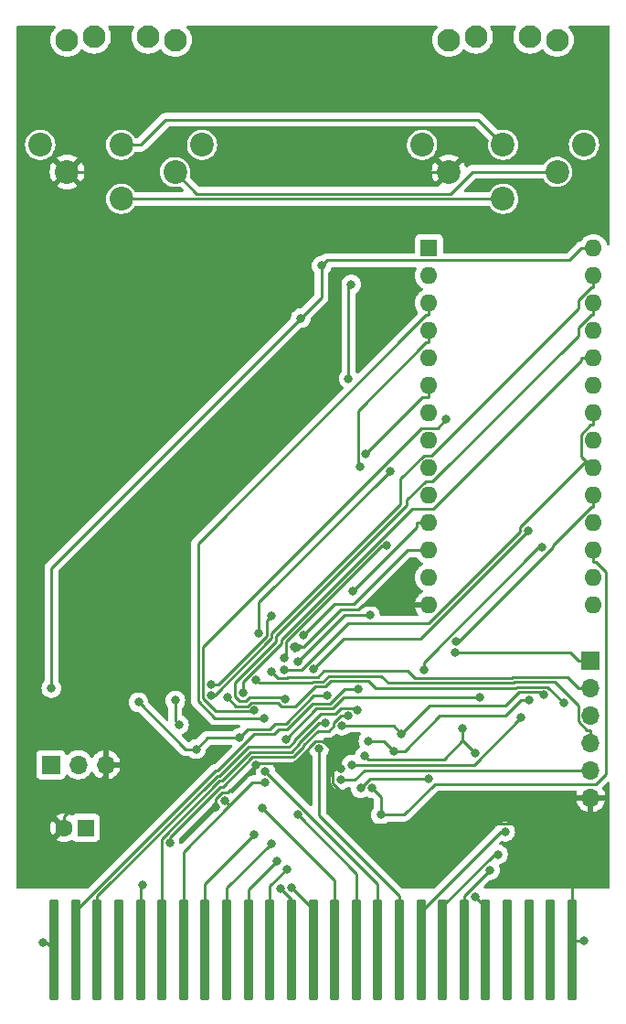
<source format=gbl>
G04 #@! TF.GenerationSoftware,KiCad,Pcbnew,6.0.2+dfsg-1*
G04 #@! TF.CreationDate,2025-05-07T10:44:27+02:00*
G04 #@! TF.ProjectId,burstcart-cpld-44,62757273-7463-4617-9274-2d63706c642d,1.1*
G04 #@! TF.SameCoordinates,Original*
G04 #@! TF.FileFunction,Copper,L2,Bot*
G04 #@! TF.FilePolarity,Positive*
%FSLAX46Y46*%
G04 Gerber Fmt 4.6, Leading zero omitted, Abs format (unit mm)*
G04 Created by KiCad (PCBNEW 6.0.2+dfsg-1) date 2025-05-07 10:44:27*
%MOMM*%
%LPD*%
G01*
G04 APERTURE LIST*
G04 Aperture macros list*
%AMRoundRect*
0 Rectangle with rounded corners*
0 $1 Rounding radius*
0 $2 $3 $4 $5 $6 $7 $8 $9 X,Y pos of 4 corners*
0 Add a 4 corners polygon primitive as box body*
4,1,4,$2,$3,$4,$5,$6,$7,$8,$9,$2,$3,0*
0 Add four circle primitives for the rounded corners*
1,1,$1+$1,$2,$3*
1,1,$1+$1,$4,$5*
1,1,$1+$1,$6,$7*
1,1,$1+$1,$8,$9*
0 Add four rect primitives between the rounded corners*
20,1,$1+$1,$2,$3,$4,$5,0*
20,1,$1+$1,$4,$5,$6,$7,0*
20,1,$1+$1,$6,$7,$8,$9,0*
20,1,$1+$1,$8,$9,$2,$3,0*%
G04 Aperture macros list end*
G04 #@! TA.AperFunction,ComponentPad*
%ADD10C,2.100000*%
G04 #@! TD*
G04 #@! TA.AperFunction,ComponentPad*
%ADD11C,2.200000*%
G04 #@! TD*
G04 #@! TA.AperFunction,ComponentPad*
%ADD12R,1.600000X1.600000*%
G04 #@! TD*
G04 #@! TA.AperFunction,ComponentPad*
%ADD13O,1.600000X1.600000*%
G04 #@! TD*
G04 #@! TA.AperFunction,ComponentPad*
%ADD14R,1.700000X1.700000*%
G04 #@! TD*
G04 #@! TA.AperFunction,ComponentPad*
%ADD15O,1.700000X1.700000*%
G04 #@! TD*
G04 #@! TA.AperFunction,SMDPad,CuDef*
%ADD16RoundRect,0.112500X-0.337500X-4.512500X0.337500X-4.512500X0.337500X4.512500X-0.337500X4.512500X0*%
G04 #@! TD*
G04 #@! TA.AperFunction,ComponentPad*
%ADD17C,1.600000*%
G04 #@! TD*
G04 #@! TA.AperFunction,ViaPad*
%ADD18C,0.800000*%
G04 #@! TD*
G04 #@! TA.AperFunction,Conductor*
%ADD19C,0.250000*%
G04 #@! TD*
G04 APERTURE END LIST*
D10*
X127976000Y-53294000D03*
X125476000Y-53594000D03*
X132976000Y-53294000D03*
X135476000Y-53594000D03*
D11*
X122976000Y-63294000D03*
X125476000Y-65794000D03*
X130476000Y-63294000D03*
X135476000Y-65794000D03*
X137976000Y-63294000D03*
X130476000Y-68294000D03*
D12*
X158999000Y-72854600D03*
D13*
X158999000Y-75394600D03*
X158999000Y-77934600D03*
X158999000Y-80474600D03*
X158999000Y-83014600D03*
X158999000Y-85554600D03*
X158999000Y-88094600D03*
X158999000Y-90634600D03*
X158999000Y-93174600D03*
X158999000Y-95714600D03*
X158999000Y-98254600D03*
X158999000Y-100794600D03*
X158999000Y-103334600D03*
X158999000Y-105874600D03*
X174239000Y-105874600D03*
X174239000Y-103334600D03*
X174239000Y-100794600D03*
X174239000Y-98254600D03*
X174239000Y-95714600D03*
X174239000Y-93174600D03*
X174239000Y-90634600D03*
X174239000Y-88094600D03*
X174239000Y-85554600D03*
X174239000Y-83014600D03*
X174239000Y-80474600D03*
X174239000Y-77934600D03*
X174239000Y-75394600D03*
X174239000Y-72854600D03*
D14*
X123967000Y-120650000D03*
D15*
X126507000Y-120650000D03*
X129047000Y-120650000D03*
D16*
X124253100Y-137759600D03*
X168253100Y-137759600D03*
X126253100Y-137759600D03*
X170253100Y-137759600D03*
X128253100Y-137759600D03*
X172253100Y-137759600D03*
X130253100Y-137759600D03*
X132253100Y-137759600D03*
X134253100Y-137759600D03*
X136253100Y-137759600D03*
X138253100Y-137759600D03*
X140253100Y-137759600D03*
X142253100Y-137759600D03*
X144253100Y-137759600D03*
X146253100Y-137759600D03*
X148253100Y-137759600D03*
X150253100Y-137759600D03*
X152253100Y-137759600D03*
X154253100Y-137759600D03*
X156253100Y-137759600D03*
X158253100Y-137759600D03*
X160253100Y-137759600D03*
X162253100Y-137759600D03*
X164253100Y-137759600D03*
X166253100Y-137759600D03*
D10*
X170862000Y-53594000D03*
X168362000Y-53294000D03*
X160862000Y-53594000D03*
X163362000Y-53294000D03*
D11*
X158362000Y-63294000D03*
X160862000Y-65794000D03*
X165862000Y-63294000D03*
X170862000Y-65794000D03*
X173362000Y-63294000D03*
X165862000Y-68294000D03*
D12*
X127193100Y-126492000D03*
D17*
X125193100Y-126492000D03*
D14*
X173990000Y-110998000D03*
D15*
X173990000Y-113538000D03*
X173990000Y-116078000D03*
X173990000Y-118618000D03*
X173990000Y-121158000D03*
X173990000Y-123698000D03*
D18*
X159004000Y-121919400D03*
X152665400Y-122826500D03*
X161471200Y-109259800D03*
X169432400Y-100542700D03*
X158498700Y-111857200D03*
X154527600Y-125268000D03*
X153752400Y-122827700D03*
X153384200Y-118460500D03*
X168259000Y-114640000D03*
X155721400Y-119403500D03*
X169627800Y-114191400D03*
X150938300Y-117039800D03*
X156438400Y-117760200D03*
X145750200Y-118272000D03*
X163675500Y-114425400D03*
X147383100Y-108678500D03*
X151950800Y-104617000D03*
X152378000Y-115597500D03*
X146491800Y-109780100D03*
X142988500Y-120645400D03*
X139268500Y-124591900D03*
X150842400Y-121022300D03*
X127274000Y-109154900D03*
X157139700Y-126201900D03*
X123197600Y-137076700D03*
X137944600Y-120799800D03*
X173333600Y-136912000D03*
X147116600Y-79334100D03*
X124006800Y-113565300D03*
X149044200Y-74469200D03*
X134970400Y-127881200D03*
X151482200Y-116118800D03*
X135837800Y-116943600D03*
X135502100Y-114700900D03*
X144388300Y-106851100D03*
X138777700Y-113219500D03*
X152435400Y-113646700D03*
X132434900Y-131814000D03*
X149401000Y-116791200D03*
X140116900Y-123987300D03*
X138841600Y-114221500D03*
X143820000Y-122286600D03*
X142825500Y-127137300D03*
X145661100Y-114557700D03*
X146885800Y-111099800D03*
X144371200Y-127949900D03*
X153537000Y-106806700D03*
X148278000Y-111796400D03*
X168172400Y-99009400D03*
X144926200Y-129560700D03*
X145805900Y-130333900D03*
X167532900Y-116320000D03*
X151853300Y-120644200D03*
X141749400Y-114004700D03*
X145239300Y-132152500D03*
X142824000Y-115625300D03*
X146282500Y-132047900D03*
X160601000Y-88712100D03*
X143542600Y-124651500D03*
X143737000Y-116354900D03*
X146817600Y-125279900D03*
X152574200Y-93106700D03*
X155027100Y-100395400D03*
X145554000Y-110796900D03*
X143834900Y-121233100D03*
X153156100Y-91917500D03*
X148806700Y-119170100D03*
X166060000Y-126859500D03*
X165383800Y-128942400D03*
X164653000Y-130410600D03*
X163275100Y-132861000D03*
X153063300Y-119793700D03*
X163276100Y-119540900D03*
X162115000Y-117326100D03*
X143210700Y-108476600D03*
X155365000Y-93497800D03*
X145574500Y-111844800D03*
X151547800Y-84911000D03*
X151793700Y-76214600D03*
X149548200Y-114279500D03*
X132083300Y-114871000D03*
X161432100Y-110277900D03*
X141438900Y-118152000D03*
X137428900Y-119211400D03*
X144411800Y-112052900D03*
X171456500Y-114937000D03*
X140295500Y-114457200D03*
X142985200Y-112765400D03*
X150807900Y-122062100D03*
D19*
X161778100Y-109259800D02*
X161471200Y-109259800D01*
X152665400Y-122826500D02*
X153572500Y-121919400D01*
X174239000Y-96841500D02*
X174041400Y-96841500D01*
X170480800Y-100557100D02*
X161778100Y-109259800D01*
X174041400Y-96841500D02*
X170480800Y-100402100D01*
X170480800Y-100402100D02*
X170480800Y-100557100D01*
X153572500Y-121919400D02*
X159004000Y-121919400D01*
X174239000Y-95714600D02*
X174239000Y-96841500D01*
X169432400Y-100542700D02*
X169154000Y-100542700D01*
X158498800Y-111857200D02*
X158498700Y-111857200D01*
X169154000Y-100542700D02*
X158498800Y-111197900D01*
X158498800Y-111197900D02*
X158498800Y-111857200D01*
X154527600Y-125268000D02*
X156683400Y-125268000D01*
X174239000Y-100794600D02*
X174239000Y-101921500D01*
X154527600Y-123602900D02*
X153752400Y-122827700D01*
X175365900Y-121513500D02*
X175365900Y-102814900D01*
X174453100Y-122426300D02*
X175365900Y-121513500D01*
X175365900Y-102814900D02*
X174472500Y-101921500D01*
X156683400Y-125268000D02*
X159525100Y-122426300D01*
X174472500Y-101921500D02*
X174239000Y-101921500D01*
X159525100Y-122426300D02*
X174453100Y-122426300D01*
X154527600Y-125268000D02*
X154527600Y-123602900D01*
X159999500Y-116137500D02*
X156733500Y-119403500D01*
X168259000Y-114640000D02*
X167549400Y-114640000D01*
X155721400Y-119403500D02*
X154778400Y-118460500D01*
X166051900Y-116137500D02*
X159999500Y-116137500D01*
X156733500Y-119403500D02*
X155721400Y-119403500D01*
X154778400Y-118460500D02*
X153384200Y-118460500D01*
X167549400Y-114640000D02*
X166051900Y-116137500D01*
X167319300Y-113912800D02*
X169349200Y-113912800D01*
X155718000Y-117039800D02*
X150938300Y-117039800D01*
X169349200Y-113912800D02*
X169627800Y-114191400D01*
X166079800Y-115152300D02*
X167319300Y-113912800D01*
X156438400Y-117760200D02*
X155718000Y-117039800D01*
X156438400Y-117760200D02*
X159046300Y-115152300D01*
X159046300Y-115152300D02*
X166079800Y-115152300D01*
X151069400Y-114425400D02*
X163675500Y-114425400D01*
X148563900Y-115458300D02*
X150036500Y-115458300D01*
X150036500Y-115458300D02*
X151069400Y-114425400D01*
X145750200Y-118272000D02*
X148563900Y-115458300D01*
X152007300Y-105779700D02*
X150281900Y-105779700D01*
X150281900Y-105779700D02*
X147383100Y-108678500D01*
X156992400Y-100794600D02*
X152007300Y-105779700D01*
X156992400Y-100794600D02*
X158999000Y-100794600D01*
X158999000Y-98254600D02*
X157872100Y-98254600D01*
X157872100Y-98254600D02*
X157872100Y-98695700D01*
X157872100Y-98695700D02*
X151950800Y-104617000D01*
X139597300Y-121682400D02*
X142265100Y-119014600D01*
X128253100Y-137759600D02*
X128253100Y-132817400D01*
X152172400Y-115391900D02*
X152378000Y-115597500D01*
X146477100Y-118425900D02*
X148992800Y-115910200D01*
X150873500Y-115391900D02*
X152172400Y-115391900D01*
X146035600Y-119014600D02*
X146477100Y-118573100D01*
X139388100Y-121682400D02*
X139597300Y-121682400D01*
X148992800Y-115910200D02*
X150355200Y-115910200D01*
X142265100Y-119014600D02*
X146035600Y-119014600D01*
X150355200Y-115910200D02*
X150873500Y-115391900D01*
X146477100Y-118573100D02*
X146477100Y-118425900D01*
X128253100Y-132817400D02*
X139388100Y-121682400D01*
X165862000Y-68294000D02*
X130476000Y-68294000D01*
X171752200Y-126110900D02*
X157230700Y-126110900D01*
X139268600Y-123805500D02*
X139268600Y-124591900D01*
X139814400Y-123259700D02*
X139268600Y-123805500D01*
X125193100Y-125392500D02*
X125193100Y-126492000D01*
X143132900Y-120501000D02*
X142988500Y-120645400D01*
X150081000Y-122365200D02*
X153917700Y-126201900D01*
X157230700Y-126110900D02*
X157139700Y-126201900D01*
X142988500Y-120645400D02*
X140374200Y-123259700D01*
X150081000Y-121061500D02*
X150081000Y-122365200D01*
X148480700Y-118443100D02*
X147832800Y-119091000D01*
X123570200Y-137076700D02*
X123197600Y-137076700D01*
X152869700Y-105874600D02*
X158999000Y-105874600D01*
X147832800Y-119134700D02*
X146466500Y-120501000D01*
X129047000Y-120650000D02*
X129047000Y-110927900D01*
X150858900Y-106293100D02*
X147371900Y-109780100D01*
X153917700Y-126201900D02*
X157139700Y-126201900D01*
X136107474Y-64269489D02*
X132326511Y-64269489D01*
X132326511Y-64269489D02*
X130802000Y-65794000D01*
X129047000Y-120650000D02*
X129047000Y-121538600D01*
X139268600Y-124591900D02*
X139268500Y-124591900D01*
X124253100Y-137759600D02*
X123570200Y-137076700D01*
X152451200Y-106293100D02*
X150858900Y-106293100D01*
X160862000Y-65794000D02*
X137631985Y-65794000D01*
X129047000Y-121538600D02*
X125193100Y-125392500D01*
X129047000Y-120650000D02*
X130223900Y-120650000D01*
X137944600Y-120799800D02*
X130373700Y-120799800D01*
X172253100Y-126611800D02*
X172253100Y-136912000D01*
X129047000Y-110927900D02*
X127274000Y-109154900D01*
X140374200Y-123259700D02*
X139814400Y-123259700D01*
X130373700Y-120799800D02*
X130223900Y-120650000D01*
X146466500Y-120501000D02*
X143132900Y-120501000D01*
X137631985Y-65794000D02*
X136107474Y-64269489D01*
X150120200Y-121022300D02*
X150120200Y-119440700D01*
X150842400Y-121022300D02*
X150120200Y-121022300D01*
X172253100Y-126611800D02*
X171752200Y-126110900D01*
X147371900Y-109780100D02*
X146491800Y-109780100D01*
X149122600Y-118443100D02*
X148480700Y-118443100D01*
X173990000Y-124874900D02*
X172253100Y-126611800D01*
X130802000Y-65794000D02*
X125476000Y-65794000D01*
X152869700Y-105874600D02*
X152451200Y-106293100D01*
X173990000Y-123698000D02*
X173990000Y-124874900D01*
X147832800Y-119091000D02*
X147832800Y-119134700D01*
X172253100Y-136912000D02*
X173333600Y-136912000D01*
X150120200Y-121022300D02*
X150081000Y-121061500D01*
X150120200Y-119440700D02*
X149122600Y-118443100D01*
X172253100Y-136912000D02*
X172253100Y-137759600D01*
X165862000Y-63294000D02*
X163528000Y-60960000D01*
X163528000Y-60960000D02*
X134620000Y-60960000D01*
X132286000Y-63294000D02*
X130476000Y-63294000D01*
X134620000Y-60960000D02*
X132286000Y-63294000D01*
X163017985Y-65794000D02*
X160993985Y-67818000D01*
X170862000Y-65794000D02*
X163017985Y-65794000D01*
X137500000Y-67818000D02*
X135476000Y-65794000D01*
X160993985Y-67818000D02*
X137500000Y-67818000D01*
X149531900Y-73981500D02*
X149044200Y-74469200D01*
X149044200Y-77406500D02*
X149044200Y-74469200D01*
X171985200Y-73981500D02*
X149531900Y-73981500D01*
X173112100Y-72854600D02*
X171985200Y-73981500D01*
X147116600Y-79334100D02*
X149044200Y-77406500D01*
X174239000Y-72854600D02*
X173112100Y-72854600D01*
X124006800Y-102443900D02*
X147116600Y-79334100D01*
X124006800Y-113565300D02*
X124006800Y-102443900D01*
X142643800Y-119918400D02*
X146410000Y-119918400D01*
X147380900Y-118827200D02*
X148690000Y-117518100D01*
X150173300Y-116744700D02*
X150799200Y-116118800D01*
X139878600Y-122683600D02*
X142643800Y-119918400D01*
X149702100Y-117518100D02*
X150173300Y-117046900D01*
X150799200Y-116118800D02*
X151482200Y-116118800D01*
X147380900Y-118947500D02*
X147380900Y-118827200D01*
X139687600Y-122683600D02*
X139878600Y-122683600D01*
X134970400Y-127400800D02*
X139687600Y-122683600D01*
X146410000Y-119918400D02*
X147380900Y-118947500D01*
X150173300Y-117046900D02*
X150173300Y-116744700D01*
X134970400Y-127881200D02*
X134970400Y-127400800D01*
X148690000Y-117518100D02*
X149702100Y-117518100D01*
X135502100Y-116607900D02*
X135502100Y-114700900D01*
X135837800Y-116943600D02*
X135502100Y-116607900D01*
X143952800Y-108762700D02*
X139496000Y-113219500D01*
X143952800Y-107286600D02*
X143952800Y-108762700D01*
X144388300Y-106851100D02*
X143952800Y-107286600D01*
X139496000Y-113219500D02*
X138777700Y-113219500D01*
X142808800Y-117831800D02*
X144657600Y-117831800D01*
X144657600Y-117831800D02*
X145109500Y-117379900D01*
X145109500Y-117379900D02*
X145868800Y-117379900D01*
X145868800Y-117379900D02*
X148242300Y-115006400D01*
X126253100Y-137759600D02*
X126253100Y-134173800D01*
X148242300Y-115006400D02*
X149849300Y-115006400D01*
X126253100Y-134173800D02*
X139196400Y-121230500D01*
X149849300Y-115006400D02*
X151209000Y-113646700D01*
X139196400Y-121230500D02*
X139410100Y-121230500D01*
X139410100Y-121230500D02*
X142808800Y-117831800D01*
X151209000Y-113646700D02*
X152435400Y-113646700D01*
X132253100Y-137759600D02*
X132253100Y-131995800D01*
X132253100Y-131995800D02*
X132434900Y-131814000D01*
X139788800Y-122134300D02*
X142456600Y-119466500D01*
X142456600Y-119466500D02*
X146222800Y-119466500D01*
X139575300Y-122134300D02*
X139788800Y-122134300D01*
X146222800Y-119466500D02*
X146929000Y-118760300D01*
X134201800Y-137708300D02*
X134201800Y-127507800D01*
X148761400Y-116791200D02*
X149401000Y-116791200D01*
X146929000Y-118623600D02*
X148761400Y-116791200D01*
X146929000Y-118760300D02*
X146929000Y-118623600D01*
X134201800Y-127507800D02*
X139575300Y-122134300D01*
X134253100Y-137759600D02*
X134201800Y-137708300D01*
X174239000Y-75394600D02*
X174239000Y-76521500D01*
X140540500Y-124410900D02*
X140116900Y-123987300D01*
X174239000Y-76521500D02*
X174005500Y-76521500D01*
X156354100Y-94215800D02*
X156354100Y-96537000D01*
X159247100Y-92046500D02*
X158523400Y-92046500D01*
X142664800Y-122286600D02*
X143820000Y-122286600D01*
X172861700Y-77665300D02*
X172861700Y-78431900D01*
X139133100Y-114221500D02*
X138841600Y-114221500D01*
X136253100Y-137759600D02*
X136253100Y-128698300D01*
X172861700Y-78431900D02*
X159247100Y-92046500D01*
X156354100Y-96537000D02*
X144404700Y-108486400D01*
X144404700Y-108949900D02*
X139133100Y-114221500D01*
X144404700Y-108486400D02*
X144404700Y-108949900D01*
X140540500Y-124410900D02*
X142664800Y-122286600D01*
X174005500Y-76521500D02*
X172861700Y-77665300D01*
X136253100Y-128698300D02*
X140540500Y-124410900D01*
X158523400Y-92046500D02*
X156354100Y-94215800D01*
X172824400Y-80957200D02*
X172824400Y-80242600D01*
X159337000Y-94444600D02*
X172824400Y-80957200D01*
X144858100Y-109209200D02*
X144858100Y-108710000D01*
X174005500Y-79061500D02*
X174239000Y-79061500D01*
X158671500Y-94444600D02*
X159337000Y-94444600D01*
X145661100Y-114557700D02*
X145527100Y-114423700D01*
X141466800Y-114751700D02*
X141022500Y-114307400D01*
X141022500Y-113044800D02*
X144858100Y-109209200D01*
X156965300Y-96602800D02*
X156965300Y-96150800D01*
X138253100Y-137759600D02*
X138253100Y-131709700D01*
X141022500Y-114307400D02*
X141022500Y-113044800D01*
X142358600Y-114423700D02*
X142030600Y-114751700D01*
X174239000Y-77934600D02*
X174239000Y-79061500D01*
X145527100Y-114423700D02*
X142358600Y-114423700D01*
X138253100Y-131709700D02*
X142825500Y-127137300D01*
X144858100Y-108710000D02*
X156965300Y-96602800D01*
X156965300Y-96150800D02*
X158671500Y-94444600D01*
X142030600Y-114751700D02*
X141466800Y-114751700D01*
X172824400Y-80242600D02*
X174005500Y-79061500D01*
X140253100Y-132068000D02*
X144371200Y-127949900D01*
X151178900Y-106806700D02*
X153537000Y-106806700D01*
X140253100Y-137759600D02*
X140253100Y-132068000D01*
X146885800Y-111099800D02*
X151178900Y-106806700D01*
X142253100Y-132233800D02*
X144926200Y-129560700D01*
X151092300Y-108982100D02*
X148278000Y-111796400D01*
X142253100Y-137759600D02*
X142253100Y-132233800D01*
X158199700Y-108982100D02*
X151092300Y-108982100D01*
X168172400Y-99009400D02*
X158199700Y-108982100D01*
X151853300Y-120644200D02*
X163208700Y-120644200D01*
X163208700Y-120644200D02*
X167532900Y-116320000D01*
X144253100Y-137759600D02*
X144253100Y-131886700D01*
X144253100Y-131886700D02*
X145805900Y-130333900D01*
X157409700Y-96984600D02*
X145310000Y-109084300D01*
X173112100Y-83248100D02*
X159375600Y-96984600D01*
X174239000Y-83014600D02*
X173112100Y-83014600D01*
X146253100Y-133166300D02*
X145239300Y-132152500D01*
X159375600Y-96984600D02*
X157409700Y-96984600D01*
X145310000Y-109398600D02*
X141749500Y-112959100D01*
X141749500Y-112959100D02*
X141749500Y-114004700D01*
X146253100Y-137759600D02*
X146253100Y-133166300D01*
X145310000Y-109084300D02*
X145310000Y-109398600D01*
X141749500Y-114004700D02*
X141749400Y-114004700D01*
X173112100Y-83014600D02*
X173112100Y-83248100D01*
X139213000Y-115700600D02*
X142748700Y-115700600D01*
X148253100Y-134018500D02*
X146282500Y-132047900D01*
X138050700Y-109784200D02*
X138050700Y-114538300D01*
X159805400Y-89507700D02*
X158327200Y-89507700D01*
X158327200Y-89507700D02*
X138050700Y-109784200D01*
X148253100Y-137759600D02*
X148253100Y-134018500D01*
X138050700Y-114538300D02*
X139213000Y-115700600D01*
X142748700Y-115700600D02*
X142824000Y-115625300D01*
X160601000Y-88712100D02*
X159805400Y-89507700D01*
X150253100Y-137759600D02*
X150253100Y-131362000D01*
X139167900Y-116354900D02*
X143737000Y-116354900D01*
X158723000Y-79061500D02*
X137598800Y-100185700D01*
X137598800Y-114785800D02*
X139167900Y-116354900D01*
X150253100Y-131362000D02*
X143542600Y-124651500D01*
X158999000Y-79061500D02*
X158723000Y-79061500D01*
X158999000Y-77934600D02*
X158999000Y-79061500D01*
X137598800Y-100185700D02*
X137598800Y-114785800D01*
X158999000Y-80474600D02*
X158999000Y-81601500D01*
X152429200Y-87889500D02*
X152429200Y-92961700D01*
X152429200Y-92961700D02*
X152574200Y-93106700D01*
X152253100Y-130715400D02*
X146817600Y-125279900D01*
X158717200Y-81601500D02*
X152429200Y-87889500D01*
X158999000Y-81601500D02*
X158717200Y-81601500D01*
X152253100Y-137759600D02*
X152253100Y-130715400D01*
X145761900Y-110589000D02*
X145761900Y-109271500D01*
X143834900Y-121233100D02*
X154253100Y-131651300D01*
X145554000Y-110796900D02*
X145761900Y-110589000D01*
X154638000Y-100395400D02*
X155027100Y-100395400D01*
X154253100Y-131651300D02*
X154253100Y-137759600D01*
X145761900Y-109271500D02*
X154638000Y-100395400D01*
X156253100Y-132808800D02*
X156253100Y-137759600D01*
X158999000Y-85554600D02*
X158999000Y-86681500D01*
X158392100Y-86681500D02*
X153156100Y-91917500D01*
X148806700Y-119170100D02*
X148806800Y-119170100D01*
X148806800Y-125362500D02*
X156253100Y-132808800D01*
X158999000Y-86681500D02*
X158392100Y-86681500D01*
X148806800Y-119170100D02*
X148806800Y-125362500D01*
X165618100Y-126859500D02*
X166060000Y-126859500D01*
X158253100Y-134224500D02*
X165618100Y-126859500D01*
X158253100Y-137759600D02*
X158253100Y-134224500D01*
X160253100Y-133743900D02*
X165054600Y-128942400D01*
X160253100Y-137759600D02*
X160253100Y-133743900D01*
X165054600Y-128942400D02*
X165383800Y-128942400D01*
X162253100Y-137759600D02*
X162253100Y-132810500D01*
X162253100Y-132810500D02*
X164653000Y-130410600D01*
X162115000Y-118379800D02*
X160364000Y-120130800D01*
X164253100Y-137759600D02*
X164253100Y-133839000D01*
X160364000Y-120130800D02*
X153400400Y-120130800D01*
X163276100Y-119540900D02*
X162115000Y-118379800D01*
X164253100Y-133839000D02*
X163275100Y-132861000D01*
X153400400Y-120130800D02*
X153063300Y-119793700D01*
X162115000Y-118379800D02*
X162115000Y-117326100D01*
X143210700Y-105652100D02*
X155365000Y-93497800D01*
X143210700Y-108476600D02*
X143210700Y-105652100D01*
X173064100Y-92132400D02*
X173542800Y-92611100D01*
X174239000Y-89221500D02*
X173957300Y-89221500D01*
X173957300Y-89221500D02*
X173064100Y-90114700D01*
X174239000Y-92611100D02*
X173542800Y-92611100D01*
X158995800Y-107533600D02*
X151512900Y-107533600D01*
X173542800Y-92611100D02*
X167445500Y-98708400D01*
X151512900Y-107533600D02*
X147201700Y-111844800D01*
X174239000Y-93174600D02*
X174239000Y-92611100D01*
X174239000Y-88094600D02*
X174239000Y-89221500D01*
X173064100Y-90114700D02*
X173064100Y-92132400D01*
X167445500Y-98708400D02*
X167445500Y-99083900D01*
X147201700Y-111844800D02*
X145574500Y-111844800D01*
X167445500Y-99083900D02*
X158995800Y-107533600D01*
X151793700Y-76214600D02*
X151547800Y-76460500D01*
X151547800Y-76460500D02*
X151547800Y-84911000D01*
X137428900Y-119211400D02*
X136423700Y-119211400D01*
X144245500Y-117379900D02*
X142211000Y-117379900D01*
X172093000Y-110277900D02*
X161432100Y-110277900D01*
X149548200Y-114279500D02*
X148287000Y-114279500D01*
X138488300Y-118152000D02*
X141438900Y-118152000D01*
X173990000Y-110998000D02*
X172813100Y-110998000D01*
X136423700Y-119211400D02*
X132083300Y-114871000D01*
X142211000Y-117379900D02*
X141438900Y-118152000D01*
X145716100Y-116850400D02*
X144775000Y-116850400D01*
X172813100Y-110998000D02*
X172093000Y-110277900D01*
X148287000Y-114279500D02*
X145716100Y-116850400D01*
X144775000Y-116850400D02*
X144245500Y-117379900D01*
X137428900Y-119211400D02*
X138488300Y-118152000D01*
X145921200Y-112526400D02*
X145841900Y-112605700D01*
X157011400Y-111938400D02*
X149265700Y-111938400D01*
X148677700Y-112526400D02*
X145921200Y-112526400D01*
X173990000Y-113538000D02*
X172813100Y-113538000D01*
X145841900Y-112605700D02*
X144964600Y-112605700D01*
X172813100Y-113538000D02*
X171814000Y-112538900D01*
X166706300Y-112608400D02*
X157681400Y-112608400D01*
X157681400Y-112608400D02*
X157011400Y-111938400D01*
X149265700Y-111938400D02*
X148677700Y-112526400D01*
X171814000Y-112538900D02*
X166775800Y-112538900D01*
X166775800Y-112538900D02*
X166706300Y-112608400D01*
X144964600Y-112605700D02*
X144411800Y-112052900D01*
X141085500Y-115247200D02*
X140295500Y-114457200D01*
X145362400Y-115286900D02*
X144967500Y-114892000D01*
X167062700Y-113530200D02*
X154012800Y-113530200D01*
X149912800Y-112877700D02*
X149360300Y-113430200D01*
X146599300Y-115286900D02*
X145362400Y-115286900D01*
X142529400Y-114892000D02*
X142174200Y-115247200D01*
X153360300Y-112877700D02*
X149912800Y-112877700D01*
X167132000Y-113460900D02*
X167062700Y-113530200D01*
X171456500Y-114937000D02*
X169980400Y-113460900D01*
X149360300Y-113430200D02*
X148456000Y-113430200D01*
X154012800Y-113530200D02*
X153360300Y-112877700D01*
X169980400Y-113460900D02*
X167132000Y-113460900D01*
X142174200Y-115247200D02*
X141085500Y-115247200D01*
X144967500Y-114892000D02*
X142529400Y-114892000D01*
X148456000Y-113430200D02*
X146599300Y-115286900D01*
X172813100Y-116632100D02*
X172813100Y-115200600D01*
X148156000Y-113091100D02*
X143310900Y-113091100D01*
X172813100Y-115200600D02*
X170621500Y-113009000D01*
X154554600Y-112425800D02*
X149725600Y-112425800D01*
X149173100Y-112978300D02*
X148268800Y-112978300D01*
X173622100Y-117441100D02*
X172813100Y-116632100D01*
X166875500Y-113078300D02*
X155207100Y-113078300D01*
X166944800Y-113009000D02*
X166875500Y-113078300D01*
X148268800Y-112978300D02*
X148156000Y-113091100D01*
X173990000Y-118618000D02*
X173990000Y-117441100D01*
X170621500Y-113009000D02*
X166944800Y-113009000D01*
X143310900Y-113091100D02*
X142985200Y-112765400D01*
X149725600Y-112425800D02*
X149173100Y-112978300D01*
X173990000Y-117441100D02*
X173622100Y-117441100D01*
X155207100Y-113078300D02*
X154554600Y-112425800D01*
X153038900Y-121158000D02*
X173990000Y-121158000D01*
X152134800Y-122062100D02*
X153038900Y-121158000D01*
X150807900Y-122062100D02*
X152134800Y-122062100D01*
G04 #@! TA.AperFunction,Conductor*
G36*
X152655612Y-117693302D02*
G01*
X152702105Y-117746958D01*
X152712209Y-117817232D01*
X152681129Y-117883609D01*
X152645160Y-117923556D01*
X152549673Y-118088944D01*
X152490658Y-118270572D01*
X152489968Y-118277133D01*
X152489968Y-118277135D01*
X152475205Y-118417597D01*
X152470696Y-118460500D01*
X152471386Y-118467065D01*
X152489444Y-118638874D01*
X152490658Y-118650428D01*
X152549673Y-118832056D01*
X152552976Y-118837778D01*
X152552977Y-118837779D01*
X152579114Y-118883049D01*
X152595852Y-118952044D01*
X152572632Y-119019136D01*
X152544056Y-119047985D01*
X152452047Y-119114834D01*
X152447626Y-119119744D01*
X152447625Y-119119745D01*
X152342852Y-119236108D01*
X152324260Y-119256756D01*
X152281526Y-119330773D01*
X152236283Y-119409137D01*
X152228773Y-119422144D01*
X152169758Y-119603772D01*
X152166503Y-119634748D01*
X152165994Y-119639587D01*
X152138982Y-119705244D01*
X152080761Y-119745875D01*
X152014487Y-119749665D01*
X151955244Y-119737072D01*
X151955239Y-119737072D01*
X151948787Y-119735700D01*
X151757813Y-119735700D01*
X151751361Y-119737072D01*
X151751356Y-119737072D01*
X151681758Y-119751866D01*
X151571012Y-119775406D01*
X151564982Y-119778091D01*
X151564981Y-119778091D01*
X151402578Y-119850397D01*
X151402576Y-119850398D01*
X151396548Y-119853082D01*
X151391207Y-119856962D01*
X151391206Y-119856963D01*
X151369498Y-119872735D01*
X151242047Y-119965334D01*
X151237626Y-119970244D01*
X151237625Y-119970245D01*
X151202861Y-120008855D01*
X151114260Y-120107256D01*
X151018773Y-120272644D01*
X150959758Y-120454272D01*
X150959068Y-120460833D01*
X150959068Y-120460835D01*
X150949252Y-120554234D01*
X150939796Y-120644200D01*
X150940486Y-120650765D01*
X150956999Y-120807873D01*
X150959758Y-120834128D01*
X150961798Y-120840406D01*
X151009970Y-120988664D01*
X151011998Y-121059631D01*
X150975335Y-121120429D01*
X150911623Y-121151755D01*
X150890137Y-121153600D01*
X150712413Y-121153600D01*
X150705961Y-121154972D01*
X150705956Y-121154972D01*
X150619013Y-121173453D01*
X150525612Y-121193306D01*
X150519582Y-121195991D01*
X150519581Y-121195991D01*
X150357178Y-121268297D01*
X150357176Y-121268298D01*
X150351148Y-121270982D01*
X150196647Y-121383234D01*
X150192226Y-121388144D01*
X150192225Y-121388145D01*
X150155164Y-121429306D01*
X150068860Y-121525156D01*
X150024228Y-121602460D01*
X149993504Y-121655677D01*
X149973373Y-121690544D01*
X149914358Y-121872172D01*
X149913668Y-121878733D01*
X149913668Y-121878735D01*
X149899757Y-122011097D01*
X149894396Y-122062100D01*
X149895086Y-122068665D01*
X149910075Y-122211273D01*
X149914358Y-122252028D01*
X149973373Y-122433656D01*
X150068860Y-122599044D01*
X150073278Y-122603951D01*
X150073279Y-122603952D01*
X150159805Y-122700049D01*
X150196647Y-122740966D01*
X150351148Y-122853218D01*
X150357176Y-122855902D01*
X150357178Y-122855903D01*
X150519581Y-122928209D01*
X150525612Y-122930894D01*
X150619013Y-122950747D01*
X150705956Y-122969228D01*
X150705961Y-122969228D01*
X150712413Y-122970600D01*
X150903387Y-122970600D01*
X150909839Y-122969228D01*
X150909844Y-122969228D01*
X150996787Y-122950747D01*
X151090188Y-122930894D01*
X151096219Y-122928209D01*
X151258622Y-122855903D01*
X151258624Y-122855902D01*
X151264652Y-122853218D01*
X151299775Y-122827700D01*
X151397571Y-122756646D01*
X151419153Y-122740966D01*
X151423568Y-122736063D01*
X151428480Y-122731640D01*
X151429605Y-122732889D01*
X151482914Y-122700049D01*
X151516100Y-122695600D01*
X151626586Y-122695600D01*
X151694707Y-122715602D01*
X151741200Y-122769258D01*
X151752468Y-122821058D01*
X151751896Y-122826500D01*
X151752586Y-122833065D01*
X151765522Y-122956140D01*
X151771858Y-123016428D01*
X151830873Y-123198056D01*
X151834176Y-123203778D01*
X151834177Y-123203779D01*
X151838656Y-123211537D01*
X151926360Y-123363444D01*
X151930778Y-123368351D01*
X151930779Y-123368352D01*
X151998986Y-123444103D01*
X152054147Y-123505366D01*
X152208648Y-123617618D01*
X152214676Y-123620302D01*
X152214678Y-123620303D01*
X152352496Y-123681663D01*
X152383112Y-123695294D01*
X152476512Y-123715147D01*
X152563456Y-123733628D01*
X152563461Y-123733628D01*
X152569913Y-123735000D01*
X152760887Y-123735000D01*
X152767339Y-123733628D01*
X152767344Y-123733628D01*
X152854288Y-123715147D01*
X152947688Y-123695294D01*
X152978304Y-123681663D01*
X153116122Y-123620303D01*
X153116124Y-123620302D01*
X153122152Y-123617618D01*
X153134012Y-123609001D01*
X153200877Y-123585142D01*
X153270029Y-123601220D01*
X153282136Y-123609001D01*
X153295648Y-123618818D01*
X153301676Y-123621502D01*
X153301678Y-123621503D01*
X153461386Y-123692609D01*
X153470112Y-123696494D01*
X153563512Y-123716347D01*
X153650456Y-123734828D01*
X153650461Y-123734828D01*
X153656913Y-123736200D01*
X153712806Y-123736200D01*
X153780927Y-123756202D01*
X153801901Y-123773105D01*
X153857195Y-123828399D01*
X153891221Y-123890711D01*
X153894100Y-123917494D01*
X153894100Y-124565476D01*
X153874098Y-124633597D01*
X153861742Y-124649779D01*
X153788560Y-124731056D01*
X153693073Y-124896444D01*
X153634058Y-125078072D01*
X153633368Y-125084633D01*
X153633368Y-125084635D01*
X153622357Y-125189402D01*
X153614096Y-125268000D01*
X153614786Y-125274565D01*
X153623563Y-125358069D01*
X153634058Y-125457928D01*
X153693073Y-125639556D01*
X153788560Y-125804944D01*
X153792978Y-125809851D01*
X153792979Y-125809852D01*
X153875052Y-125901003D01*
X153916347Y-125946866D01*
X154070848Y-126059118D01*
X154076876Y-126061802D01*
X154076878Y-126061803D01*
X154239281Y-126134109D01*
X154245312Y-126136794D01*
X154307752Y-126150066D01*
X154425656Y-126175128D01*
X154425661Y-126175128D01*
X154432113Y-126176500D01*
X154623087Y-126176500D01*
X154629539Y-126175128D01*
X154629544Y-126175128D01*
X154747448Y-126150066D01*
X154809888Y-126136794D01*
X154815919Y-126134109D01*
X154978322Y-126061803D01*
X154978324Y-126061802D01*
X154984352Y-126059118D01*
X155138853Y-125946866D01*
X155143268Y-125941963D01*
X155148180Y-125937540D01*
X155149305Y-125938789D01*
X155202614Y-125905949D01*
X155235800Y-125901500D01*
X156604633Y-125901500D01*
X156615816Y-125902027D01*
X156623309Y-125903702D01*
X156631235Y-125903453D01*
X156631236Y-125903453D01*
X156691386Y-125901562D01*
X156695345Y-125901500D01*
X156723256Y-125901500D01*
X156727191Y-125901003D01*
X156727256Y-125900995D01*
X156739093Y-125900062D01*
X156771351Y-125899048D01*
X156775370Y-125898922D01*
X156783289Y-125898673D01*
X156802743Y-125893021D01*
X156822100Y-125889013D01*
X156834330Y-125887468D01*
X156834331Y-125887468D01*
X156842197Y-125886474D01*
X156849568Y-125883555D01*
X156849570Y-125883555D01*
X156883312Y-125870196D01*
X156894542Y-125866351D01*
X156929383Y-125856229D01*
X156929384Y-125856229D01*
X156936993Y-125854018D01*
X156943812Y-125849985D01*
X156943817Y-125849983D01*
X156954428Y-125843707D01*
X156972176Y-125835012D01*
X156991017Y-125827552D01*
X157026787Y-125801564D01*
X157036707Y-125795048D01*
X157067935Y-125776580D01*
X157067938Y-125776578D01*
X157074762Y-125772542D01*
X157089083Y-125758221D01*
X157104117Y-125745380D01*
X157114094Y-125738131D01*
X157120507Y-125733472D01*
X157148698Y-125699395D01*
X157156688Y-125690616D01*
X158881338Y-123965966D01*
X172658257Y-123965966D01*
X172688565Y-124100446D01*
X172691645Y-124110275D01*
X172771770Y-124307603D01*
X172776413Y-124316794D01*
X172887694Y-124498388D01*
X172893777Y-124506699D01*
X173033213Y-124667667D01*
X173040580Y-124674883D01*
X173204434Y-124810916D01*
X173212881Y-124816831D01*
X173396756Y-124924279D01*
X173406042Y-124928729D01*
X173605001Y-125004703D01*
X173614899Y-125007579D01*
X173718250Y-125028606D01*
X173732299Y-125027410D01*
X173736000Y-125017065D01*
X173736000Y-125016517D01*
X174244000Y-125016517D01*
X174248064Y-125030359D01*
X174261478Y-125032393D01*
X174268184Y-125031534D01*
X174278262Y-125029392D01*
X174482255Y-124968191D01*
X174491842Y-124964433D01*
X174683095Y-124870739D01*
X174691945Y-124865464D01*
X174865328Y-124741792D01*
X174873200Y-124735139D01*
X175024052Y-124584812D01*
X175030730Y-124576965D01*
X175155003Y-124404020D01*
X175160313Y-124395183D01*
X175254670Y-124204267D01*
X175258469Y-124194672D01*
X175320377Y-123990910D01*
X175322555Y-123980837D01*
X175323986Y-123969962D01*
X175321775Y-123955778D01*
X175308617Y-123952000D01*
X174262115Y-123952000D01*
X174246876Y-123956475D01*
X174245671Y-123957865D01*
X174244000Y-123965548D01*
X174244000Y-125016517D01*
X173736000Y-125016517D01*
X173736000Y-123970115D01*
X173731525Y-123954876D01*
X173730135Y-123953671D01*
X173722452Y-123952000D01*
X172673225Y-123952000D01*
X172659694Y-123955973D01*
X172658257Y-123965966D01*
X158881338Y-123965966D01*
X159750599Y-123096705D01*
X159812911Y-123062679D01*
X159839694Y-123059800D01*
X172592687Y-123059800D01*
X172660808Y-123079802D01*
X172707301Y-123133458D01*
X172717405Y-123203732D01*
X172710940Y-123229299D01*
X172709778Y-123232459D01*
X172654389Y-123432183D01*
X172655912Y-123440607D01*
X172668292Y-123444000D01*
X175308344Y-123444000D01*
X175321875Y-123440027D01*
X175323180Y-123430947D01*
X175281214Y-123263875D01*
X175277894Y-123254124D01*
X175192972Y-123058814D01*
X175188105Y-123049739D01*
X175072426Y-122870924D01*
X175066851Y-122863685D01*
X175041138Y-122797508D01*
X175055284Y-122727935D01*
X175077588Y-122697716D01*
X175530005Y-122245299D01*
X175592317Y-122211273D01*
X175663132Y-122216338D01*
X175719968Y-122258885D01*
X175744779Y-122325405D01*
X175745100Y-122334394D01*
X175745100Y-131954000D01*
X175725098Y-132022121D01*
X175671442Y-132068614D01*
X175619100Y-132080000D01*
X164183695Y-132080000D01*
X164115574Y-132059998D01*
X164069081Y-132006342D01*
X164058977Y-131936068D01*
X164088471Y-131871488D01*
X164094600Y-131864904D01*
X164232552Y-131726953D01*
X164603501Y-131356004D01*
X164665813Y-131321979D01*
X164692596Y-131319100D01*
X164748487Y-131319100D01*
X164754939Y-131317728D01*
X164754944Y-131317728D01*
X164870717Y-131293119D01*
X164935288Y-131279394D01*
X164955954Y-131270193D01*
X165103722Y-131204403D01*
X165103724Y-131204402D01*
X165109752Y-131201718D01*
X165117854Y-131195832D01*
X165195525Y-131139400D01*
X165264253Y-131089466D01*
X165320711Y-131026763D01*
X165387621Y-130952452D01*
X165387622Y-130952451D01*
X165392040Y-130947544D01*
X165487527Y-130782156D01*
X165546542Y-130600528D01*
X165554604Y-130523828D01*
X165565814Y-130417165D01*
X165566504Y-130410600D01*
X165546542Y-130220672D01*
X165487527Y-130039044D01*
X165476586Y-130020093D01*
X165459849Y-129951099D01*
X165483070Y-129884007D01*
X165538878Y-129840120D01*
X165559507Y-129833849D01*
X165666088Y-129811194D01*
X165672119Y-129808509D01*
X165834522Y-129736203D01*
X165834524Y-129736202D01*
X165840552Y-129733518D01*
X165995053Y-129621266D01*
X166122840Y-129479344D01*
X166218327Y-129313956D01*
X166277342Y-129132328D01*
X166297304Y-128942400D01*
X166294498Y-128915700D01*
X166278032Y-128759035D01*
X166278032Y-128759033D01*
X166277342Y-128752472D01*
X166218327Y-128570844D01*
X166122840Y-128405456D01*
X165995053Y-128263534D01*
X165840552Y-128151282D01*
X165834524Y-128148598D01*
X165834522Y-128148597D01*
X165672119Y-128076291D01*
X165672118Y-128076291D01*
X165666088Y-128073606D01*
X165591082Y-128057663D01*
X165528609Y-128023935D01*
X165494287Y-127961785D01*
X165499015Y-127890946D01*
X165528184Y-127845321D01*
X165624797Y-127748708D01*
X165687109Y-127714682D01*
X165757924Y-127719747D01*
X165765121Y-127722688D01*
X165777712Y-127728294D01*
X165819340Y-127737142D01*
X165958056Y-127766628D01*
X165958061Y-127766628D01*
X165964513Y-127768000D01*
X166155487Y-127768000D01*
X166161939Y-127766628D01*
X166161944Y-127766628D01*
X166274913Y-127742615D01*
X166342288Y-127728294D01*
X166361485Y-127719747D01*
X166510722Y-127653303D01*
X166510724Y-127653302D01*
X166516752Y-127650618D01*
X166551601Y-127625299D01*
X166600079Y-127590077D01*
X166671253Y-127538366D01*
X166678518Y-127530297D01*
X166794621Y-127401352D01*
X166794622Y-127401351D01*
X166799040Y-127396444D01*
X166894527Y-127231056D01*
X166953542Y-127049428D01*
X166973504Y-126859500D01*
X166963650Y-126765744D01*
X166954232Y-126676135D01*
X166954232Y-126676133D01*
X166953542Y-126669572D01*
X166894527Y-126487944D01*
X166799040Y-126322556D01*
X166782882Y-126304610D01*
X166675675Y-126185545D01*
X166675671Y-126185541D01*
X166671253Y-126180634D01*
X166516752Y-126068382D01*
X166510724Y-126065698D01*
X166510722Y-126065697D01*
X166348319Y-125993391D01*
X166348318Y-125993391D01*
X166342288Y-125990706D01*
X166248887Y-125970853D01*
X166161944Y-125952372D01*
X166161939Y-125952372D01*
X166155487Y-125951000D01*
X165964513Y-125951000D01*
X165958061Y-125952372D01*
X165958056Y-125952372D01*
X165871113Y-125970853D01*
X165777712Y-125990706D01*
X165771682Y-125993391D01*
X165771681Y-125993391D01*
X165609278Y-126065697D01*
X165609276Y-126065698D01*
X165603248Y-126068382D01*
X165448747Y-126180634D01*
X165444336Y-126185533D01*
X165444327Y-126185541D01*
X165378774Y-126258346D01*
X165349269Y-126282494D01*
X165347062Y-126283799D01*
X165329324Y-126292488D01*
X165310483Y-126299948D01*
X165304067Y-126304610D01*
X165304066Y-126304610D01*
X165274713Y-126325936D01*
X165264793Y-126332452D01*
X165233565Y-126350920D01*
X165233562Y-126350922D01*
X165226738Y-126354958D01*
X165212417Y-126369279D01*
X165197384Y-126382119D01*
X165180993Y-126394028D01*
X165152802Y-126428105D01*
X165144812Y-126436884D01*
X159538600Y-132043095D01*
X159476288Y-132077121D01*
X159449505Y-132080000D01*
X156472395Y-132080000D01*
X156404274Y-132059998D01*
X156383300Y-132043095D01*
X149477205Y-125137000D01*
X149443179Y-125074688D01*
X149440300Y-125047905D01*
X149440300Y-119872513D01*
X149460302Y-119804392D01*
X149472658Y-119788209D01*
X149545740Y-119707044D01*
X149634507Y-119553295D01*
X149637923Y-119547379D01*
X149637924Y-119547378D01*
X149641227Y-119541656D01*
X149700242Y-119360028D01*
X149702785Y-119335838D01*
X149719514Y-119176665D01*
X149720204Y-119170100D01*
X149716125Y-119131289D01*
X149700932Y-118986735D01*
X149700932Y-118986733D01*
X149700242Y-118980172D01*
X149641227Y-118798544D01*
X149545740Y-118633156D01*
X149527050Y-118612398D01*
X149422375Y-118496145D01*
X149422374Y-118496144D01*
X149417953Y-118491234D01*
X149264215Y-118379536D01*
X149220861Y-118323313D01*
X149214786Y-118252577D01*
X149247918Y-118189786D01*
X149309738Y-118154874D01*
X149338276Y-118151600D01*
X149623333Y-118151600D01*
X149634516Y-118152127D01*
X149642009Y-118153802D01*
X149649935Y-118153553D01*
X149649936Y-118153553D01*
X149710086Y-118151662D01*
X149714045Y-118151600D01*
X149741956Y-118151600D01*
X149745891Y-118151103D01*
X149745956Y-118151095D01*
X149757793Y-118150162D01*
X149790051Y-118149148D01*
X149794070Y-118149022D01*
X149801989Y-118148773D01*
X149821443Y-118143121D01*
X149840800Y-118139113D01*
X149853030Y-118137568D01*
X149853031Y-118137568D01*
X149860897Y-118136574D01*
X149868268Y-118133655D01*
X149868270Y-118133655D01*
X149902012Y-118120296D01*
X149913242Y-118116451D01*
X149948083Y-118106329D01*
X149948084Y-118106329D01*
X149955693Y-118104118D01*
X149962512Y-118100085D01*
X149962517Y-118100083D01*
X149973128Y-118093807D01*
X149990876Y-118085112D01*
X150009717Y-118077652D01*
X150045487Y-118051664D01*
X150055407Y-118045148D01*
X150086635Y-118026680D01*
X150086638Y-118026678D01*
X150093462Y-118022642D01*
X150107783Y-118008321D01*
X150122817Y-117995480D01*
X150132794Y-117988231D01*
X150139207Y-117983572D01*
X150167398Y-117949495D01*
X150175388Y-117940716D01*
X150291722Y-117824382D01*
X150354034Y-117790356D01*
X150424849Y-117795421D01*
X150454878Y-117811541D01*
X150481548Y-117830918D01*
X150487576Y-117833602D01*
X150487578Y-117833603D01*
X150649981Y-117905909D01*
X150656012Y-117908594D01*
X150749412Y-117928447D01*
X150836356Y-117946928D01*
X150836361Y-117946928D01*
X150842813Y-117948300D01*
X151033787Y-117948300D01*
X151040239Y-117946928D01*
X151040244Y-117946928D01*
X151127188Y-117928447D01*
X151220588Y-117908594D01*
X151226619Y-117905909D01*
X151389022Y-117833603D01*
X151389024Y-117833602D01*
X151395052Y-117830918D01*
X151418996Y-117813522D01*
X151544214Y-117722545D01*
X151549553Y-117718666D01*
X151553968Y-117713763D01*
X151558880Y-117709340D01*
X151560005Y-117710589D01*
X151613314Y-117677749D01*
X151646500Y-117673300D01*
X152587491Y-117673300D01*
X152655612Y-117693302D01*
G37*
G04 #@! TD.AperFunction*
G04 #@! TA.AperFunction,Conductor*
G36*
X124356013Y-52287602D02*
G01*
X124402506Y-52341258D01*
X124412610Y-52411532D01*
X124383116Y-52476112D01*
X124376987Y-52482695D01*
X124374323Y-52485359D01*
X124370567Y-52488567D01*
X124367359Y-52492323D01*
X124335467Y-52529664D01*
X124211248Y-52675104D01*
X124083073Y-52884268D01*
X123989195Y-53110908D01*
X123988040Y-53115720D01*
X123945239Y-53294000D01*
X123931928Y-53349443D01*
X123912681Y-53594000D01*
X123931928Y-53838557D01*
X123989195Y-54077092D01*
X124083073Y-54303732D01*
X124211248Y-54512896D01*
X124370567Y-54699433D01*
X124374323Y-54702641D01*
X124531539Y-54836917D01*
X124557104Y-54858752D01*
X124561327Y-54861340D01*
X124561330Y-54861342D01*
X124630515Y-54903738D01*
X124766268Y-54986927D01*
X124910967Y-55046864D01*
X124988335Y-55078911D01*
X124988337Y-55078912D01*
X124992908Y-55080805D01*
X125075563Y-55100649D01*
X125226630Y-55136917D01*
X125226636Y-55136918D01*
X125231443Y-55138072D01*
X125476000Y-55157319D01*
X125720557Y-55138072D01*
X125725364Y-55136918D01*
X125725370Y-55136917D01*
X125876437Y-55100649D01*
X125959092Y-55080805D01*
X125963663Y-55078912D01*
X125963665Y-55078911D01*
X126041033Y-55046864D01*
X126185732Y-54986927D01*
X126321485Y-54903738D01*
X126390670Y-54861342D01*
X126390673Y-54861340D01*
X126394896Y-54858752D01*
X126420462Y-54836917D01*
X126577677Y-54702641D01*
X126581433Y-54699433D01*
X126737535Y-54516663D01*
X126737542Y-54516655D01*
X126737545Y-54516651D01*
X126740752Y-54512896D01*
X126743342Y-54508670D01*
X126753912Y-54491422D01*
X126806560Y-54443791D01*
X126876602Y-54432185D01*
X126943175Y-54461447D01*
X127053337Y-54555535D01*
X127057104Y-54558752D01*
X127061327Y-54561340D01*
X127061330Y-54561342D01*
X127130515Y-54603738D01*
X127266268Y-54686927D01*
X127304205Y-54702641D01*
X127488335Y-54778911D01*
X127488337Y-54778912D01*
X127492908Y-54780805D01*
X127575563Y-54800649D01*
X127726630Y-54836917D01*
X127726636Y-54836918D01*
X127731443Y-54838072D01*
X127976000Y-54857319D01*
X128220557Y-54838072D01*
X128225364Y-54836918D01*
X128225370Y-54836917D01*
X128376437Y-54800649D01*
X128459092Y-54780805D01*
X128463663Y-54778912D01*
X128463665Y-54778911D01*
X128647795Y-54702641D01*
X128685732Y-54686927D01*
X128821485Y-54603738D01*
X128890670Y-54561342D01*
X128890673Y-54561340D01*
X128894896Y-54558752D01*
X128944176Y-54516663D01*
X129077677Y-54402641D01*
X129081433Y-54399433D01*
X129084641Y-54395677D01*
X129237535Y-54216663D01*
X129237537Y-54216660D01*
X129240752Y-54212896D01*
X129368927Y-54003732D01*
X129462805Y-53777092D01*
X129505578Y-53598930D01*
X129518917Y-53543370D01*
X129518918Y-53543364D01*
X129520072Y-53538557D01*
X129539319Y-53294000D01*
X129520072Y-53049443D01*
X129462805Y-52810908D01*
X129368927Y-52584268D01*
X129292428Y-52459433D01*
X129273891Y-52390901D01*
X129295348Y-52323224D01*
X129349987Y-52277891D01*
X129399862Y-52267600D01*
X131552138Y-52267600D01*
X131620259Y-52287602D01*
X131666752Y-52341258D01*
X131676856Y-52411532D01*
X131659572Y-52459432D01*
X131583073Y-52584268D01*
X131489195Y-52810908D01*
X131431928Y-53049443D01*
X131412681Y-53294000D01*
X131431928Y-53538557D01*
X131433082Y-53543364D01*
X131433083Y-53543370D01*
X131446422Y-53598930D01*
X131489195Y-53777092D01*
X131583073Y-54003732D01*
X131711248Y-54212896D01*
X131714463Y-54216660D01*
X131714465Y-54216663D01*
X131867359Y-54395677D01*
X131870567Y-54399433D01*
X131874323Y-54402641D01*
X132007825Y-54516663D01*
X132057104Y-54558752D01*
X132061327Y-54561340D01*
X132061330Y-54561342D01*
X132130515Y-54603738D01*
X132266268Y-54686927D01*
X132304205Y-54702641D01*
X132488335Y-54778911D01*
X132488337Y-54778912D01*
X132492908Y-54780805D01*
X132575563Y-54800649D01*
X132726630Y-54836917D01*
X132726636Y-54836918D01*
X132731443Y-54838072D01*
X132976000Y-54857319D01*
X133220557Y-54838072D01*
X133225364Y-54836918D01*
X133225370Y-54836917D01*
X133376437Y-54800649D01*
X133459092Y-54780805D01*
X133463663Y-54778912D01*
X133463665Y-54778911D01*
X133647795Y-54702641D01*
X133685732Y-54686927D01*
X133821485Y-54603738D01*
X133890670Y-54561342D01*
X133890673Y-54561340D01*
X133894896Y-54558752D01*
X133898663Y-54555535D01*
X134008825Y-54461447D01*
X134073615Y-54432416D01*
X134143815Y-54443021D01*
X134198088Y-54491422D01*
X134208658Y-54508670D01*
X134211248Y-54512896D01*
X134214455Y-54516651D01*
X134214458Y-54516655D01*
X134214465Y-54516663D01*
X134370567Y-54699433D01*
X134374323Y-54702641D01*
X134531539Y-54836917D01*
X134557104Y-54858752D01*
X134561327Y-54861340D01*
X134561330Y-54861342D01*
X134630515Y-54903738D01*
X134766268Y-54986927D01*
X134910967Y-55046864D01*
X134988335Y-55078911D01*
X134988337Y-55078912D01*
X134992908Y-55080805D01*
X135075563Y-55100649D01*
X135226630Y-55136917D01*
X135226636Y-55136918D01*
X135231443Y-55138072D01*
X135476000Y-55157319D01*
X135720557Y-55138072D01*
X135725364Y-55136918D01*
X135725370Y-55136917D01*
X135876437Y-55100649D01*
X135959092Y-55080805D01*
X135963663Y-55078912D01*
X135963665Y-55078911D01*
X136041033Y-55046864D01*
X136185732Y-54986927D01*
X136321485Y-54903738D01*
X136390670Y-54861342D01*
X136390673Y-54861340D01*
X136394896Y-54858752D01*
X136420462Y-54836917D01*
X136577677Y-54702641D01*
X136581433Y-54699433D01*
X136740752Y-54512896D01*
X136868927Y-54303732D01*
X136962805Y-54077092D01*
X137020072Y-53838557D01*
X137039319Y-53594000D01*
X137020072Y-53349443D01*
X137006762Y-53294000D01*
X136963960Y-53115720D01*
X136962805Y-53110908D01*
X136868927Y-52884268D01*
X136740752Y-52675104D01*
X136616534Y-52529664D01*
X136584641Y-52492323D01*
X136581433Y-52488567D01*
X136577677Y-52485359D01*
X136575013Y-52482695D01*
X136540987Y-52420383D01*
X136546052Y-52349568D01*
X136588599Y-52292732D01*
X136655119Y-52267921D01*
X136664108Y-52267600D01*
X159673892Y-52267600D01*
X159742013Y-52287602D01*
X159788506Y-52341258D01*
X159798610Y-52411532D01*
X159769116Y-52476112D01*
X159762987Y-52482695D01*
X159760323Y-52485359D01*
X159756567Y-52488567D01*
X159753359Y-52492323D01*
X159721467Y-52529664D01*
X159597248Y-52675104D01*
X159469073Y-52884268D01*
X159375195Y-53110908D01*
X159374040Y-53115720D01*
X159331239Y-53294000D01*
X159317928Y-53349443D01*
X159298681Y-53594000D01*
X159317928Y-53838557D01*
X159375195Y-54077092D01*
X159469073Y-54303732D01*
X159597248Y-54512896D01*
X159756567Y-54699433D01*
X159760323Y-54702641D01*
X159917539Y-54836917D01*
X159943104Y-54858752D01*
X159947327Y-54861340D01*
X159947330Y-54861342D01*
X160016515Y-54903738D01*
X160152268Y-54986927D01*
X160296967Y-55046864D01*
X160374335Y-55078911D01*
X160374337Y-55078912D01*
X160378908Y-55080805D01*
X160461563Y-55100649D01*
X160612630Y-55136917D01*
X160612636Y-55136918D01*
X160617443Y-55138072D01*
X160862000Y-55157319D01*
X161106557Y-55138072D01*
X161111364Y-55136918D01*
X161111370Y-55136917D01*
X161262437Y-55100649D01*
X161345092Y-55080805D01*
X161349663Y-55078912D01*
X161349665Y-55078911D01*
X161427033Y-55046864D01*
X161571732Y-54986927D01*
X161707485Y-54903738D01*
X161776670Y-54861342D01*
X161776673Y-54861340D01*
X161780896Y-54858752D01*
X161806462Y-54836917D01*
X161963677Y-54702641D01*
X161967433Y-54699433D01*
X162123535Y-54516663D01*
X162123542Y-54516655D01*
X162123545Y-54516651D01*
X162126752Y-54512896D01*
X162129342Y-54508670D01*
X162139912Y-54491422D01*
X162192560Y-54443791D01*
X162262602Y-54432185D01*
X162329175Y-54461447D01*
X162439337Y-54555535D01*
X162443104Y-54558752D01*
X162447327Y-54561340D01*
X162447330Y-54561342D01*
X162516515Y-54603738D01*
X162652268Y-54686927D01*
X162690205Y-54702641D01*
X162874335Y-54778911D01*
X162874337Y-54778912D01*
X162878908Y-54780805D01*
X162961563Y-54800649D01*
X163112630Y-54836917D01*
X163112636Y-54836918D01*
X163117443Y-54838072D01*
X163362000Y-54857319D01*
X163606557Y-54838072D01*
X163611364Y-54836918D01*
X163611370Y-54836917D01*
X163762437Y-54800649D01*
X163845092Y-54780805D01*
X163849663Y-54778912D01*
X163849665Y-54778911D01*
X164033795Y-54702641D01*
X164071732Y-54686927D01*
X164207485Y-54603738D01*
X164276670Y-54561342D01*
X164276673Y-54561340D01*
X164280896Y-54558752D01*
X164330176Y-54516663D01*
X164463677Y-54402641D01*
X164467433Y-54399433D01*
X164470641Y-54395677D01*
X164623535Y-54216663D01*
X164623537Y-54216660D01*
X164626752Y-54212896D01*
X164754927Y-54003732D01*
X164848805Y-53777092D01*
X164891578Y-53598930D01*
X164904917Y-53543370D01*
X164904918Y-53543364D01*
X164906072Y-53538557D01*
X164925319Y-53294000D01*
X164906072Y-53049443D01*
X164848805Y-52810908D01*
X164754927Y-52584268D01*
X164678428Y-52459433D01*
X164659891Y-52390901D01*
X164681348Y-52323224D01*
X164735987Y-52277891D01*
X164785862Y-52267600D01*
X166938138Y-52267600D01*
X167006259Y-52287602D01*
X167052752Y-52341258D01*
X167062856Y-52411532D01*
X167045572Y-52459432D01*
X166969073Y-52584268D01*
X166875195Y-52810908D01*
X166817928Y-53049443D01*
X166798681Y-53294000D01*
X166817928Y-53538557D01*
X166819082Y-53543364D01*
X166819083Y-53543370D01*
X166832422Y-53598930D01*
X166875195Y-53777092D01*
X166969073Y-54003732D01*
X167097248Y-54212896D01*
X167100463Y-54216660D01*
X167100465Y-54216663D01*
X167253359Y-54395677D01*
X167256567Y-54399433D01*
X167260323Y-54402641D01*
X167393825Y-54516663D01*
X167443104Y-54558752D01*
X167447327Y-54561340D01*
X167447330Y-54561342D01*
X167516515Y-54603738D01*
X167652268Y-54686927D01*
X167690205Y-54702641D01*
X167874335Y-54778911D01*
X167874337Y-54778912D01*
X167878908Y-54780805D01*
X167961563Y-54800649D01*
X168112630Y-54836917D01*
X168112636Y-54836918D01*
X168117443Y-54838072D01*
X168362000Y-54857319D01*
X168606557Y-54838072D01*
X168611364Y-54836918D01*
X168611370Y-54836917D01*
X168762437Y-54800649D01*
X168845092Y-54780805D01*
X168849663Y-54778912D01*
X168849665Y-54778911D01*
X169033795Y-54702641D01*
X169071732Y-54686927D01*
X169207485Y-54603738D01*
X169276670Y-54561342D01*
X169276673Y-54561340D01*
X169280896Y-54558752D01*
X169284663Y-54555535D01*
X169394825Y-54461447D01*
X169459615Y-54432416D01*
X169529815Y-54443021D01*
X169584088Y-54491422D01*
X169594658Y-54508670D01*
X169597248Y-54512896D01*
X169600455Y-54516651D01*
X169600458Y-54516655D01*
X169600465Y-54516663D01*
X169756567Y-54699433D01*
X169760323Y-54702641D01*
X169917539Y-54836917D01*
X169943104Y-54858752D01*
X169947327Y-54861340D01*
X169947330Y-54861342D01*
X170016515Y-54903738D01*
X170152268Y-54986927D01*
X170296967Y-55046864D01*
X170374335Y-55078911D01*
X170374337Y-55078912D01*
X170378908Y-55080805D01*
X170461563Y-55100649D01*
X170612630Y-55136917D01*
X170612636Y-55136918D01*
X170617443Y-55138072D01*
X170862000Y-55157319D01*
X171106557Y-55138072D01*
X171111364Y-55136918D01*
X171111370Y-55136917D01*
X171262437Y-55100649D01*
X171345092Y-55080805D01*
X171349663Y-55078912D01*
X171349665Y-55078911D01*
X171427033Y-55046864D01*
X171571732Y-54986927D01*
X171707485Y-54903738D01*
X171776670Y-54861342D01*
X171776673Y-54861340D01*
X171780896Y-54858752D01*
X171806462Y-54836917D01*
X171963677Y-54702641D01*
X171967433Y-54699433D01*
X172126752Y-54512896D01*
X172254927Y-54303732D01*
X172348805Y-54077092D01*
X172406072Y-53838557D01*
X172425319Y-53594000D01*
X172406072Y-53349443D01*
X172392762Y-53294000D01*
X172349960Y-53115720D01*
X172348805Y-53110908D01*
X172254927Y-52884268D01*
X172126752Y-52675104D01*
X172002534Y-52529664D01*
X171970641Y-52492323D01*
X171967433Y-52488567D01*
X171963677Y-52485359D01*
X171961013Y-52482695D01*
X171926987Y-52420383D01*
X171932052Y-52349568D01*
X171974599Y-52292732D01*
X172041119Y-52267921D01*
X172050108Y-52267600D01*
X175619100Y-52267600D01*
X175687221Y-52287602D01*
X175733714Y-52341258D01*
X175745100Y-52393600D01*
X175745100Y-72462721D01*
X175725098Y-72530842D01*
X175671442Y-72577335D01*
X175601168Y-72587439D01*
X175536588Y-72557945D01*
X175497393Y-72495333D01*
X175474706Y-72410664D01*
X175473284Y-72405357D01*
X175463544Y-72384470D01*
X175378849Y-72202838D01*
X175378846Y-72202833D01*
X175376523Y-72197851D01*
X175245198Y-72010300D01*
X175083300Y-71848402D01*
X175078792Y-71845245D01*
X175078789Y-71845243D01*
X175000611Y-71790502D01*
X174895749Y-71717077D01*
X174890767Y-71714754D01*
X174890762Y-71714751D01*
X174693225Y-71622639D01*
X174693224Y-71622639D01*
X174688243Y-71620316D01*
X174682935Y-71618894D01*
X174682933Y-71618893D01*
X174472402Y-71562481D01*
X174472400Y-71562481D01*
X174467087Y-71561057D01*
X174239000Y-71541102D01*
X174010913Y-71561057D01*
X174005600Y-71562481D01*
X174005598Y-71562481D01*
X173795067Y-71618893D01*
X173795065Y-71618894D01*
X173789757Y-71620316D01*
X173784776Y-71622639D01*
X173784775Y-71622639D01*
X173587238Y-71714751D01*
X173587233Y-71714754D01*
X173582251Y-71717077D01*
X173477389Y-71790502D01*
X173399211Y-71845243D01*
X173399208Y-71845245D01*
X173394700Y-71848402D01*
X173232802Y-72010300D01*
X173229645Y-72014808D01*
X173229643Y-72014811D01*
X173121007Y-72169960D01*
X173065550Y-72214288D01*
X173027943Y-72222307D01*
X173027964Y-72222437D01*
X173025513Y-72222825D01*
X173021753Y-72223627D01*
X173020129Y-72223678D01*
X173012210Y-72223927D01*
X172994554Y-72229056D01*
X172992758Y-72229578D01*
X172973406Y-72233586D01*
X172966335Y-72234480D01*
X172953303Y-72236126D01*
X172945934Y-72239043D01*
X172945932Y-72239044D01*
X172912197Y-72252400D01*
X172900969Y-72256245D01*
X172858507Y-72268582D01*
X172851685Y-72272616D01*
X172851679Y-72272619D01*
X172841068Y-72278894D01*
X172823318Y-72287590D01*
X172811856Y-72292128D01*
X172811851Y-72292131D01*
X172804483Y-72295048D01*
X172798068Y-72299709D01*
X172768725Y-72321027D01*
X172758807Y-72327543D01*
X172740119Y-72338595D01*
X172720737Y-72350058D01*
X172706413Y-72364382D01*
X172691381Y-72377221D01*
X172674993Y-72389128D01*
X172657177Y-72410664D01*
X172646812Y-72423193D01*
X172638822Y-72431973D01*
X171759700Y-73311095D01*
X171697388Y-73345121D01*
X171670605Y-73348000D01*
X160433500Y-73348000D01*
X160365379Y-73327998D01*
X160318886Y-73274342D01*
X160307500Y-73222000D01*
X160307500Y-72006466D01*
X160300745Y-71944284D01*
X160249615Y-71807895D01*
X160162261Y-71691339D01*
X160045705Y-71603985D01*
X159909316Y-71552855D01*
X159847134Y-71546100D01*
X158150866Y-71546100D01*
X158088684Y-71552855D01*
X157952295Y-71603985D01*
X157835739Y-71691339D01*
X157748385Y-71807895D01*
X157697255Y-71944284D01*
X157690500Y-72006466D01*
X157690500Y-73222000D01*
X157670498Y-73290121D01*
X157616842Y-73336614D01*
X157564500Y-73348000D01*
X149610667Y-73348000D01*
X149599484Y-73347473D01*
X149591991Y-73345798D01*
X149584065Y-73346047D01*
X149584064Y-73346047D01*
X149523901Y-73347938D01*
X149519943Y-73348000D01*
X149492044Y-73348000D01*
X149488054Y-73348504D01*
X149476220Y-73349436D01*
X149432011Y-73350826D01*
X149424397Y-73353038D01*
X149424392Y-73353039D01*
X149412559Y-73356477D01*
X149393196Y-73360488D01*
X149373103Y-73363026D01*
X149365736Y-73365943D01*
X149365731Y-73365944D01*
X149331992Y-73379302D01*
X149320765Y-73383146D01*
X149278307Y-73395482D01*
X149271481Y-73399519D01*
X149260872Y-73405793D01*
X149243124Y-73414488D01*
X149224283Y-73421948D01*
X149217867Y-73426610D01*
X149217866Y-73426610D01*
X149188513Y-73447936D01*
X149178593Y-73454452D01*
X149147365Y-73472920D01*
X149147362Y-73472922D01*
X149140538Y-73476958D01*
X149126217Y-73491279D01*
X149111184Y-73504119D01*
X149094793Y-73516028D01*
X149089739Y-73522137D01*
X149085041Y-73526549D01*
X149021691Y-73558601D01*
X148998787Y-73560700D01*
X148948713Y-73560700D01*
X148942261Y-73562072D01*
X148942256Y-73562072D01*
X148855313Y-73580553D01*
X148761912Y-73600406D01*
X148755882Y-73603091D01*
X148755881Y-73603091D01*
X148593478Y-73675397D01*
X148593476Y-73675398D01*
X148587448Y-73678082D01*
X148582107Y-73681962D01*
X148582106Y-73681963D01*
X148553431Y-73702797D01*
X148432947Y-73790334D01*
X148428526Y-73795244D01*
X148428525Y-73795245D01*
X148366657Y-73863957D01*
X148305160Y-73932256D01*
X148270596Y-73992123D01*
X148214731Y-74088884D01*
X148209673Y-74097644D01*
X148150658Y-74279272D01*
X148149968Y-74285833D01*
X148149968Y-74285835D01*
X148137094Y-74408327D01*
X148130696Y-74469200D01*
X148131386Y-74475765D01*
X148146027Y-74615062D01*
X148150658Y-74659128D01*
X148209673Y-74840756D01*
X148305160Y-75006144D01*
X148378337Y-75087415D01*
X148409053Y-75151421D01*
X148410700Y-75171724D01*
X148410700Y-77091906D01*
X148390698Y-77160027D01*
X148373795Y-77181001D01*
X147166100Y-78388695D01*
X147103788Y-78422721D01*
X147077005Y-78425600D01*
X147021113Y-78425600D01*
X147014661Y-78426972D01*
X147014656Y-78426972D01*
X146927712Y-78445453D01*
X146834312Y-78465306D01*
X146828282Y-78467991D01*
X146828281Y-78467991D01*
X146665878Y-78540297D01*
X146665876Y-78540298D01*
X146659848Y-78542982D01*
X146505347Y-78655234D01*
X146500926Y-78660144D01*
X146500925Y-78660145D01*
X146410073Y-78761047D01*
X146377560Y-78797156D01*
X146282073Y-78962544D01*
X146223058Y-79144172D01*
X146209093Y-79277047D01*
X146205693Y-79309393D01*
X146178680Y-79375050D01*
X146169478Y-79385318D01*
X123614547Y-101940248D01*
X123606261Y-101947788D01*
X123599782Y-101951900D01*
X123594357Y-101957677D01*
X123553157Y-102001551D01*
X123550402Y-102004393D01*
X123530665Y-102024130D01*
X123528185Y-102027327D01*
X123520482Y-102036347D01*
X123490214Y-102068579D01*
X123486395Y-102075525D01*
X123486393Y-102075528D01*
X123480452Y-102086334D01*
X123469601Y-102102853D01*
X123457186Y-102118859D01*
X123454041Y-102126128D01*
X123454038Y-102126132D01*
X123439626Y-102159437D01*
X123434409Y-102170087D01*
X123413105Y-102208840D01*
X123411134Y-102216515D01*
X123411134Y-102216516D01*
X123408067Y-102228462D01*
X123401663Y-102247166D01*
X123393619Y-102265755D01*
X123392380Y-102273578D01*
X123392377Y-102273588D01*
X123386701Y-102309424D01*
X123384295Y-102321044D01*
X123375272Y-102356189D01*
X123373300Y-102363870D01*
X123373300Y-102384124D01*
X123371749Y-102403834D01*
X123368580Y-102423843D01*
X123369326Y-102431735D01*
X123372741Y-102467861D01*
X123373300Y-102479719D01*
X123373300Y-112862776D01*
X123353298Y-112930897D01*
X123340942Y-112947079D01*
X123267760Y-113028356D01*
X123172273Y-113193744D01*
X123113258Y-113375372D01*
X123093296Y-113565300D01*
X123113258Y-113755228D01*
X123172273Y-113936856D01*
X123175576Y-113942578D01*
X123175577Y-113942579D01*
X123187871Y-113963872D01*
X123267760Y-114102244D01*
X123272178Y-114107151D01*
X123272179Y-114107152D01*
X123318906Y-114159048D01*
X123395547Y-114244166D01*
X123475943Y-114302577D01*
X123527140Y-114339774D01*
X123550048Y-114356418D01*
X123556076Y-114359102D01*
X123556078Y-114359103D01*
X123713513Y-114429197D01*
X123724512Y-114434094D01*
X123817912Y-114453947D01*
X123904856Y-114472428D01*
X123904861Y-114472428D01*
X123911313Y-114473800D01*
X124102287Y-114473800D01*
X124108739Y-114472428D01*
X124108744Y-114472428D01*
X124195688Y-114453947D01*
X124289088Y-114434094D01*
X124300087Y-114429197D01*
X124457522Y-114359103D01*
X124457524Y-114359102D01*
X124463552Y-114356418D01*
X124486461Y-114339774D01*
X124537657Y-114302577D01*
X124618053Y-114244166D01*
X124694694Y-114159048D01*
X124741421Y-114107152D01*
X124741422Y-114107151D01*
X124745840Y-114102244D01*
X124825729Y-113963872D01*
X124838023Y-113942579D01*
X124838024Y-113942578D01*
X124841327Y-113936856D01*
X124900342Y-113755228D01*
X124920304Y-113565300D01*
X124900342Y-113375372D01*
X124841327Y-113193744D01*
X124745840Y-113028356D01*
X124672663Y-112947085D01*
X124641947Y-112883079D01*
X124640300Y-112862776D01*
X124640300Y-102758494D01*
X124660302Y-102690373D01*
X124677205Y-102669399D01*
X147067099Y-80279505D01*
X147129411Y-80245479D01*
X147156194Y-80242600D01*
X147212087Y-80242600D01*
X147218539Y-80241228D01*
X147218544Y-80241228D01*
X147306447Y-80222543D01*
X147398888Y-80202894D01*
X147439665Y-80184739D01*
X147567322Y-80127903D01*
X147567324Y-80127902D01*
X147573352Y-80125218D01*
X147586958Y-80115333D01*
X147695095Y-80036766D01*
X147727853Y-80012966D01*
X147855640Y-79871044D01*
X147951127Y-79705656D01*
X148010142Y-79524028D01*
X148015989Y-79468402D01*
X148027507Y-79358807D01*
X148054520Y-79293150D01*
X148063722Y-79282882D01*
X149436453Y-77910152D01*
X149444739Y-77902612D01*
X149451218Y-77898500D01*
X149497844Y-77848848D01*
X149500598Y-77846007D01*
X149520335Y-77826270D01*
X149522815Y-77823073D01*
X149530520Y-77814051D01*
X149555359Y-77787600D01*
X149560786Y-77781821D01*
X149564605Y-77774875D01*
X149564607Y-77774872D01*
X149570548Y-77764066D01*
X149581399Y-77747547D01*
X149588958Y-77737801D01*
X149593814Y-77731541D01*
X149596959Y-77724272D01*
X149596962Y-77724268D01*
X149611374Y-77690963D01*
X149616591Y-77680313D01*
X149637895Y-77641560D01*
X149642933Y-77621937D01*
X149649337Y-77603234D01*
X149654233Y-77591920D01*
X149654233Y-77591919D01*
X149657381Y-77584645D01*
X149658620Y-77576822D01*
X149658623Y-77576812D01*
X149664299Y-77540976D01*
X149666705Y-77529356D01*
X149675728Y-77494211D01*
X149675728Y-77494210D01*
X149677700Y-77486530D01*
X149677700Y-77466276D01*
X149679251Y-77446565D01*
X149681180Y-77434386D01*
X149682420Y-77426557D01*
X149678259Y-77382538D01*
X149677700Y-77370681D01*
X149677700Y-75171724D01*
X149697702Y-75103603D01*
X149710058Y-75087421D01*
X149783240Y-75006144D01*
X149878727Y-74840756D01*
X149923791Y-74702064D01*
X149963865Y-74643458D01*
X150029261Y-74615821D01*
X150043624Y-74615000D01*
X157720983Y-74615000D01*
X157789104Y-74635002D01*
X157835597Y-74688658D01*
X157845701Y-74758932D01*
X157835178Y-74794249D01*
X157764716Y-74945357D01*
X157705457Y-75166513D01*
X157685502Y-75394600D01*
X157705457Y-75622687D01*
X157764716Y-75843843D01*
X157767039Y-75848824D01*
X157767039Y-75848825D01*
X157859151Y-76046362D01*
X157859154Y-76046367D01*
X157861477Y-76051349D01*
X157864634Y-76055857D01*
X157980384Y-76221165D01*
X157992802Y-76238900D01*
X158154700Y-76400798D01*
X158159208Y-76403955D01*
X158159211Y-76403957D01*
X158204678Y-76435793D01*
X158342251Y-76532123D01*
X158347233Y-76534446D01*
X158347238Y-76534449D01*
X158381457Y-76550405D01*
X158434742Y-76597322D01*
X158454203Y-76665599D01*
X158433661Y-76733559D01*
X158381457Y-76778795D01*
X158347238Y-76794751D01*
X158347233Y-76794754D01*
X158342251Y-76797077D01*
X158332287Y-76804054D01*
X158159211Y-76925243D01*
X158159208Y-76925245D01*
X158154700Y-76928402D01*
X157992802Y-77090300D01*
X157989645Y-77094808D01*
X157989643Y-77094811D01*
X157943978Y-77160027D01*
X157861477Y-77277851D01*
X157859154Y-77282833D01*
X157859151Y-77282838D01*
X157772546Y-77468566D01*
X157764716Y-77485357D01*
X157763294Y-77490664D01*
X157763293Y-77490667D01*
X157708495Y-77695175D01*
X157705457Y-77706513D01*
X157685502Y-77934600D01*
X157705457Y-78162687D01*
X157764716Y-78383843D01*
X157767039Y-78388824D01*
X157767039Y-78388825D01*
X157859151Y-78586362D01*
X157859154Y-78586367D01*
X157861477Y-78591349D01*
X157864633Y-78595856D01*
X157864634Y-78595858D01*
X157980301Y-78761047D01*
X158002989Y-78828321D01*
X157985704Y-78897182D01*
X157966183Y-78922413D01*
X152486295Y-84402301D01*
X152423983Y-84436327D01*
X152353168Y-84431262D01*
X152296332Y-84388715D01*
X152293327Y-84384158D01*
X152290139Y-84379771D01*
X152286840Y-84374056D01*
X152213663Y-84292785D01*
X152182947Y-84228779D01*
X152181300Y-84208476D01*
X152181300Y-77117592D01*
X152201302Y-77049471D01*
X152244300Y-77008473D01*
X152244421Y-77008403D01*
X152250452Y-77005718D01*
X152404953Y-76893466D01*
X152485460Y-76804054D01*
X152528321Y-76756452D01*
X152528322Y-76756451D01*
X152532740Y-76751544D01*
X152628227Y-76586156D01*
X152687242Y-76404528D01*
X152704638Y-76239019D01*
X152706514Y-76221165D01*
X152707204Y-76214600D01*
X152687242Y-76024672D01*
X152628227Y-75843044D01*
X152532740Y-75677656D01*
X152488032Y-75628002D01*
X152409375Y-75540645D01*
X152409374Y-75540644D01*
X152404953Y-75535734D01*
X152250452Y-75423482D01*
X152244424Y-75420798D01*
X152244422Y-75420797D01*
X152082019Y-75348491D01*
X152082018Y-75348491D01*
X152075988Y-75345806D01*
X151982588Y-75325953D01*
X151895644Y-75307472D01*
X151895639Y-75307472D01*
X151889187Y-75306100D01*
X151698213Y-75306100D01*
X151691761Y-75307472D01*
X151691756Y-75307472D01*
X151604812Y-75325953D01*
X151511412Y-75345806D01*
X151505382Y-75348491D01*
X151505381Y-75348491D01*
X151342978Y-75420797D01*
X151342976Y-75420798D01*
X151336948Y-75423482D01*
X151182447Y-75535734D01*
X151178026Y-75540644D01*
X151178025Y-75540645D01*
X151099369Y-75628002D01*
X151054660Y-75677656D01*
X150959173Y-75843044D01*
X150900158Y-76024672D01*
X150880196Y-76214600D01*
X150880886Y-76221165D01*
X150882763Y-76239019D01*
X150900158Y-76404528D01*
X150902198Y-76410806D01*
X150902199Y-76410810D01*
X150904358Y-76417453D01*
X150909967Y-76444536D01*
X150913741Y-76484462D01*
X150914300Y-76496319D01*
X150914300Y-84208476D01*
X150894298Y-84276597D01*
X150881942Y-84292779D01*
X150808760Y-84374056D01*
X150713273Y-84539444D01*
X150654258Y-84721072D01*
X150634296Y-84911000D01*
X150654258Y-85100928D01*
X150713273Y-85282556D01*
X150716576Y-85288278D01*
X150716577Y-85288279D01*
X150750486Y-85347010D01*
X150808760Y-85447944D01*
X150936547Y-85589866D01*
X150989287Y-85628184D01*
X151026969Y-85655562D01*
X151070323Y-85711785D01*
X151076398Y-85782521D01*
X151042003Y-85846593D01*
X144121096Y-92767499D01*
X137206547Y-99682048D01*
X137198261Y-99689588D01*
X137191782Y-99693700D01*
X137186357Y-99699477D01*
X137145157Y-99743351D01*
X137142402Y-99746193D01*
X137122665Y-99765930D01*
X137120185Y-99769127D01*
X137112482Y-99778147D01*
X137082214Y-99810379D01*
X137078395Y-99817325D01*
X137078393Y-99817328D01*
X137072452Y-99828134D01*
X137061601Y-99844653D01*
X137049186Y-99860659D01*
X137046041Y-99867928D01*
X137046038Y-99867932D01*
X137031626Y-99901237D01*
X137026409Y-99911887D01*
X137005105Y-99950640D01*
X137003134Y-99958315D01*
X137003134Y-99958316D01*
X137000067Y-99970262D01*
X136993663Y-99988966D01*
X136985619Y-100007555D01*
X136984380Y-100015378D01*
X136984377Y-100015388D01*
X136978701Y-100051224D01*
X136976295Y-100062844D01*
X136965300Y-100105670D01*
X136965300Y-100125924D01*
X136963749Y-100145634D01*
X136960580Y-100165643D01*
X136961326Y-100173535D01*
X136964741Y-100209661D01*
X136965300Y-100221519D01*
X136965300Y-114707033D01*
X136964773Y-114718216D01*
X136963098Y-114725709D01*
X136963347Y-114733635D01*
X136963347Y-114733636D01*
X136965238Y-114793786D01*
X136965300Y-114797745D01*
X136965300Y-114825656D01*
X136965797Y-114829590D01*
X136965797Y-114829591D01*
X136965805Y-114829656D01*
X136966738Y-114841493D01*
X136968127Y-114885689D01*
X136971444Y-114897106D01*
X136973778Y-114905139D01*
X136977787Y-114924500D01*
X136980326Y-114944597D01*
X136983245Y-114951968D01*
X136983245Y-114951970D01*
X136996604Y-114985712D01*
X137000449Y-114996942D01*
X137012782Y-115039393D01*
X137016815Y-115046212D01*
X137016817Y-115046217D01*
X137023093Y-115056828D01*
X137031788Y-115074576D01*
X137039248Y-115093417D01*
X137043910Y-115099833D01*
X137043910Y-115099834D01*
X137065236Y-115129187D01*
X137071752Y-115139107D01*
X137087541Y-115165804D01*
X137094258Y-115177162D01*
X137108579Y-115191483D01*
X137121419Y-115206516D01*
X137133328Y-115222907D01*
X137163997Y-115248279D01*
X137167405Y-115251098D01*
X137176184Y-115259088D01*
X138664243Y-116747147D01*
X138671787Y-116755437D01*
X138675900Y-116761918D01*
X138681677Y-116767343D01*
X138725567Y-116808558D01*
X138728409Y-116811313D01*
X138748131Y-116831035D01*
X138751255Y-116833458D01*
X138751259Y-116833462D01*
X138751324Y-116833512D01*
X138760345Y-116841217D01*
X138792579Y-116871486D01*
X138799527Y-116875305D01*
X138799529Y-116875307D01*
X138810332Y-116881246D01*
X138826859Y-116892102D01*
X138836598Y-116899657D01*
X138836600Y-116899658D01*
X138842860Y-116904514D01*
X138883440Y-116922074D01*
X138894088Y-116927291D01*
X138911813Y-116937035D01*
X138932840Y-116948595D01*
X138940516Y-116950566D01*
X138940519Y-116950567D01*
X138952462Y-116953633D01*
X138971167Y-116960037D01*
X138989755Y-116968081D01*
X138997578Y-116969320D01*
X138997588Y-116969323D01*
X139033424Y-116974999D01*
X139045044Y-116977405D01*
X139078892Y-116986095D01*
X139087870Y-116988400D01*
X139108124Y-116988400D01*
X139127834Y-116989951D01*
X139147843Y-116993120D01*
X139155735Y-116992374D01*
X139191861Y-116988959D01*
X139203719Y-116988400D01*
X141402405Y-116988400D01*
X141470526Y-117008402D01*
X141517019Y-117062058D01*
X141527123Y-117132332D01*
X141497629Y-117196912D01*
X141491500Y-117203495D01*
X141488400Y-117206595D01*
X141426088Y-117240621D01*
X141399305Y-117243500D01*
X141343413Y-117243500D01*
X141336961Y-117244872D01*
X141336956Y-117244872D01*
X141250013Y-117263353D01*
X141156612Y-117283206D01*
X141150582Y-117285891D01*
X141150581Y-117285891D01*
X140988178Y-117358197D01*
X140988176Y-117358198D01*
X140982148Y-117360882D01*
X140827647Y-117473134D01*
X140823232Y-117478037D01*
X140818320Y-117482460D01*
X140817195Y-117481211D01*
X140763886Y-117514051D01*
X140730700Y-117518500D01*
X138567067Y-117518500D01*
X138555884Y-117517973D01*
X138548391Y-117516298D01*
X138540465Y-117516547D01*
X138540464Y-117516547D01*
X138480301Y-117518438D01*
X138476343Y-117518500D01*
X138448444Y-117518500D01*
X138444454Y-117519004D01*
X138432620Y-117519936D01*
X138388411Y-117521326D01*
X138380797Y-117523538D01*
X138380792Y-117523539D01*
X138368959Y-117526977D01*
X138349596Y-117530988D01*
X138329503Y-117533526D01*
X138322136Y-117536443D01*
X138322131Y-117536444D01*
X138288392Y-117549802D01*
X138277165Y-117553646D01*
X138234707Y-117565982D01*
X138227881Y-117570019D01*
X138217272Y-117576293D01*
X138199524Y-117584988D01*
X138180683Y-117592448D01*
X138174267Y-117597110D01*
X138174266Y-117597110D01*
X138144913Y-117618436D01*
X138134993Y-117624952D01*
X138103765Y-117643420D01*
X138103762Y-117643422D01*
X138096938Y-117647458D01*
X138082617Y-117661779D01*
X138067584Y-117674619D01*
X138051193Y-117686528D01*
X138046143Y-117692632D01*
X138046138Y-117692637D01*
X138023007Y-117720598D01*
X138015017Y-117729379D01*
X137478399Y-118265996D01*
X137416087Y-118300021D01*
X137389304Y-118302900D01*
X137333413Y-118302900D01*
X137326961Y-118304272D01*
X137326956Y-118304272D01*
X137240013Y-118322753D01*
X137146612Y-118342606D01*
X137140582Y-118345291D01*
X137140581Y-118345291D01*
X136978178Y-118417597D01*
X136978176Y-118417598D01*
X136972148Y-118420282D01*
X136966807Y-118424162D01*
X136966806Y-118424163D01*
X136833228Y-118521214D01*
X136817647Y-118532534D01*
X136813677Y-118536943D01*
X136749894Y-118567552D01*
X136679440Y-118558787D01*
X136640497Y-118532293D01*
X136111689Y-118003485D01*
X136077663Y-117941173D01*
X136082728Y-117870358D01*
X136125275Y-117813522D01*
X136149536Y-117799283D01*
X136288519Y-117737405D01*
X136288526Y-117737401D01*
X136294552Y-117734718D01*
X136301901Y-117729379D01*
X136379086Y-117673300D01*
X136449053Y-117622466D01*
X136490627Y-117576293D01*
X136572421Y-117485452D01*
X136572422Y-117485451D01*
X136576840Y-117480544D01*
X136662218Y-117332665D01*
X136669023Y-117320879D01*
X136669024Y-117320878D01*
X136672327Y-117315156D01*
X136731342Y-117133528D01*
X136733698Y-117111118D01*
X136750614Y-116950165D01*
X136751304Y-116943600D01*
X136747947Y-116911663D01*
X136732032Y-116760235D01*
X136732032Y-116760233D01*
X136731342Y-116753672D01*
X136672327Y-116572044D01*
X136667490Y-116563665D01*
X136590183Y-116429767D01*
X136576840Y-116406656D01*
X136459527Y-116276366D01*
X136453475Y-116269645D01*
X136453474Y-116269644D01*
X136449053Y-116264734D01*
X136294552Y-116152482D01*
X136288524Y-116149798D01*
X136288522Y-116149797D01*
X136210351Y-116114993D01*
X136156255Y-116069012D01*
X136135600Y-115999886D01*
X136135600Y-115403424D01*
X136155602Y-115335303D01*
X136167958Y-115319121D01*
X136241140Y-115237844D01*
X136328781Y-115086046D01*
X136333323Y-115078179D01*
X136333324Y-115078178D01*
X136336627Y-115072456D01*
X136395642Y-114890828D01*
X136397015Y-114877770D01*
X136414914Y-114707465D01*
X136415604Y-114700900D01*
X136395642Y-114510972D01*
X136336627Y-114329344D01*
X136241140Y-114163956D01*
X136113353Y-114022034D01*
X135990963Y-113933112D01*
X135964194Y-113913663D01*
X135964193Y-113913662D01*
X135958852Y-113909782D01*
X135952824Y-113907098D01*
X135952822Y-113907097D01*
X135790419Y-113834791D01*
X135790418Y-113834791D01*
X135784388Y-113832106D01*
X135690988Y-113812253D01*
X135604044Y-113793772D01*
X135604039Y-113793772D01*
X135597587Y-113792400D01*
X135406613Y-113792400D01*
X135400161Y-113793772D01*
X135400156Y-113793772D01*
X135313212Y-113812253D01*
X135219812Y-113832106D01*
X135213782Y-113834791D01*
X135213781Y-113834791D01*
X135051378Y-113907097D01*
X135051376Y-113907098D01*
X135045348Y-113909782D01*
X135040007Y-113913662D01*
X135040006Y-113913663D01*
X135013237Y-113933112D01*
X134890847Y-114022034D01*
X134763060Y-114163956D01*
X134667573Y-114329344D01*
X134608558Y-114510972D01*
X134588596Y-114700900D01*
X134589286Y-114707465D01*
X134607186Y-114877770D01*
X134608558Y-114890828D01*
X134667573Y-115072456D01*
X134670876Y-115078178D01*
X134670877Y-115078179D01*
X134675419Y-115086046D01*
X134763060Y-115237844D01*
X134836237Y-115319115D01*
X134866953Y-115383121D01*
X134868600Y-115403424D01*
X134868600Y-116456206D01*
X134848598Y-116524327D01*
X134794942Y-116570820D01*
X134724668Y-116580924D01*
X134660088Y-116551430D01*
X134653505Y-116545301D01*
X133939863Y-115831658D01*
X133030422Y-114922217D01*
X132996396Y-114859905D01*
X132994207Y-114846292D01*
X132990313Y-114809237D01*
X132985505Y-114763493D01*
X132977532Y-114687635D01*
X132977532Y-114687633D01*
X132976842Y-114681072D01*
X132917827Y-114499444D01*
X132903022Y-114473800D01*
X132836801Y-114359103D01*
X132822340Y-114334056D01*
X132694553Y-114192134D01*
X132570831Y-114102244D01*
X132545394Y-114083763D01*
X132545393Y-114083762D01*
X132540052Y-114079882D01*
X132534024Y-114077198D01*
X132534022Y-114077197D01*
X132371619Y-114004891D01*
X132371618Y-114004891D01*
X132365588Y-114002206D01*
X132272187Y-113982353D01*
X132185244Y-113963872D01*
X132185239Y-113963872D01*
X132178787Y-113962500D01*
X131987813Y-113962500D01*
X131981361Y-113963872D01*
X131981356Y-113963872D01*
X131894413Y-113982353D01*
X131801012Y-114002206D01*
X131794982Y-114004891D01*
X131794981Y-114004891D01*
X131632578Y-114077197D01*
X131632576Y-114077198D01*
X131626548Y-114079882D01*
X131621207Y-114083762D01*
X131621206Y-114083763D01*
X131595769Y-114102244D01*
X131472047Y-114192134D01*
X131344260Y-114334056D01*
X131329799Y-114359103D01*
X131263579Y-114473800D01*
X131248773Y-114499444D01*
X131189758Y-114681072D01*
X131189068Y-114687633D01*
X131189068Y-114687635D01*
X131181095Y-114763493D01*
X131169796Y-114871000D01*
X131170486Y-114877565D01*
X131187495Y-115039393D01*
X131189758Y-115060928D01*
X131248773Y-115242556D01*
X131252076Y-115248278D01*
X131252077Y-115248279D01*
X131258318Y-115259088D01*
X131344260Y-115407944D01*
X131348678Y-115412851D01*
X131348679Y-115412852D01*
X131408106Y-115478852D01*
X131472047Y-115549866D01*
X131562888Y-115615866D01*
X131618264Y-115656099D01*
X131626548Y-115662118D01*
X131632576Y-115664802D01*
X131632578Y-115664803D01*
X131792066Y-115735811D01*
X131801012Y-115739794D01*
X131890475Y-115758810D01*
X131981356Y-115778128D01*
X131981361Y-115778128D01*
X131987813Y-115779500D01*
X132043706Y-115779500D01*
X132111827Y-115799502D01*
X132132801Y-115816405D01*
X135920043Y-119603647D01*
X135927587Y-119611937D01*
X135931700Y-119618418D01*
X135937477Y-119623843D01*
X135981367Y-119665058D01*
X135984209Y-119667813D01*
X136003931Y-119687535D01*
X136007055Y-119689958D01*
X136007059Y-119689962D01*
X136007124Y-119690012D01*
X136016145Y-119697717D01*
X136048379Y-119727986D01*
X136055327Y-119731805D01*
X136055329Y-119731807D01*
X136066132Y-119737746D01*
X136082659Y-119748602D01*
X136092398Y-119756157D01*
X136092400Y-119756158D01*
X136098660Y-119761014D01*
X136139240Y-119778574D01*
X136149888Y-119783791D01*
X136173410Y-119796722D01*
X136188640Y-119805095D01*
X136196316Y-119807066D01*
X136196319Y-119807067D01*
X136208262Y-119810133D01*
X136226967Y-119816537D01*
X136245555Y-119824581D01*
X136253378Y-119825820D01*
X136253388Y-119825823D01*
X136289224Y-119831499D01*
X136300844Y-119833905D01*
X136335989Y-119842928D01*
X136343670Y-119844900D01*
X136363924Y-119844900D01*
X136383634Y-119846451D01*
X136403643Y-119849620D01*
X136411535Y-119848874D01*
X136447661Y-119845459D01*
X136459519Y-119844900D01*
X136720700Y-119844900D01*
X136788821Y-119864902D01*
X136808047Y-119881243D01*
X136808320Y-119880940D01*
X136813232Y-119885363D01*
X136817647Y-119890266D01*
X136829527Y-119898897D01*
X136965967Y-119998027D01*
X136972148Y-120002518D01*
X136978176Y-120005202D01*
X136978178Y-120005203D01*
X136979609Y-120005840D01*
X137146612Y-120080194D01*
X137240012Y-120100047D01*
X137326956Y-120118528D01*
X137326961Y-120118528D01*
X137333413Y-120119900D01*
X137524387Y-120119900D01*
X137530839Y-120118528D01*
X137530844Y-120118528D01*
X137617788Y-120100047D01*
X137711188Y-120080194D01*
X137878191Y-120005840D01*
X137879622Y-120005203D01*
X137879624Y-120005202D01*
X137885652Y-120002518D01*
X137891834Y-119998027D01*
X137961365Y-119947509D01*
X138040153Y-119890266D01*
X138076751Y-119849620D01*
X138163521Y-119753252D01*
X138163522Y-119753251D01*
X138167940Y-119748344D01*
X138233741Y-119634373D01*
X138260123Y-119588679D01*
X138260124Y-119588678D01*
X138263427Y-119582956D01*
X138322442Y-119401328D01*
X138329415Y-119334989D01*
X138339807Y-119236108D01*
X138366820Y-119170451D01*
X138376022Y-119160182D01*
X138713801Y-118822404D01*
X138776113Y-118788379D01*
X138802896Y-118785500D01*
X140655005Y-118785500D01*
X140723126Y-118805502D01*
X140769619Y-118859158D01*
X140779723Y-118929432D01*
X140750229Y-118994012D01*
X140744100Y-119000595D01*
X139181713Y-120562982D01*
X139119401Y-120597008D01*
X139112195Y-120597893D01*
X139112265Y-120598337D01*
X139104430Y-120599578D01*
X139096510Y-120599827D01*
X139079347Y-120604813D01*
X139077058Y-120605478D01*
X139057706Y-120609486D01*
X139045468Y-120611032D01*
X139045466Y-120611033D01*
X139037603Y-120612026D01*
X138996486Y-120628306D01*
X138985285Y-120632141D01*
X138942806Y-120644482D01*
X138935987Y-120648515D01*
X138935982Y-120648517D01*
X138925371Y-120654793D01*
X138907621Y-120663490D01*
X138888783Y-120670948D01*
X138854088Y-120696156D01*
X138853025Y-120696928D01*
X138843101Y-120703447D01*
X138811860Y-120721922D01*
X138811855Y-120721926D01*
X138805037Y-120725958D01*
X138790713Y-120740282D01*
X138775681Y-120753121D01*
X138759293Y-120765028D01*
X138731112Y-120799093D01*
X138723122Y-120807873D01*
X127487900Y-132043095D01*
X127425588Y-132077121D01*
X127398805Y-132080000D01*
X120887100Y-132080000D01*
X120818979Y-132059998D01*
X120772486Y-132006342D01*
X120761100Y-131954000D01*
X120761100Y-127578062D01*
X124471593Y-127578062D01*
X124480889Y-127590077D01*
X124532094Y-127625931D01*
X124541589Y-127631414D01*
X124739047Y-127723490D01*
X124749339Y-127727236D01*
X124959788Y-127783625D01*
X124970581Y-127785528D01*
X125187625Y-127804517D01*
X125198575Y-127804517D01*
X125415619Y-127785528D01*
X125426412Y-127783625D01*
X125636861Y-127727236D01*
X125647153Y-127723490D01*
X125844611Y-127631414D01*
X125854111Y-127625929D01*
X125855010Y-127625299D01*
X125855470Y-127625144D01*
X125858868Y-127623182D01*
X125859262Y-127623865D01*
X125922284Y-127602612D01*
X125991144Y-127619898D01*
X126016903Y-127642934D01*
X126018107Y-127641730D01*
X126024458Y-127648081D01*
X126029839Y-127655261D01*
X126037019Y-127660642D01*
X126037022Y-127660645D01*
X126072822Y-127687475D01*
X126146395Y-127742615D01*
X126282784Y-127793745D01*
X126344966Y-127800500D01*
X128041234Y-127800500D01*
X128103416Y-127793745D01*
X128239805Y-127742615D01*
X128356361Y-127655261D01*
X128443715Y-127538705D01*
X128494845Y-127402316D01*
X128501600Y-127340134D01*
X128501600Y-125643866D01*
X128494845Y-125581684D01*
X128443715Y-125445295D01*
X128356361Y-125328739D01*
X128239805Y-125241385D01*
X128103416Y-125190255D01*
X128041234Y-125183500D01*
X126344966Y-125183500D01*
X126282784Y-125190255D01*
X126146395Y-125241385D01*
X126110883Y-125268000D01*
X126037022Y-125323355D01*
X126037019Y-125323358D01*
X126029839Y-125328739D01*
X126024458Y-125335919D01*
X126018107Y-125342270D01*
X126015965Y-125340128D01*
X125971254Y-125373564D01*
X125900436Y-125378594D01*
X125859065Y-125360477D01*
X125858868Y-125360818D01*
X125855802Y-125359048D01*
X125855010Y-125358701D01*
X125854111Y-125358071D01*
X125844611Y-125352586D01*
X125647153Y-125260510D01*
X125636861Y-125256764D01*
X125426412Y-125200375D01*
X125415619Y-125198472D01*
X125198575Y-125179483D01*
X125187625Y-125179483D01*
X124970581Y-125198472D01*
X124959788Y-125200375D01*
X124749339Y-125256764D01*
X124739047Y-125260510D01*
X124541589Y-125352586D01*
X124532094Y-125358069D01*
X124480052Y-125394509D01*
X124471676Y-125404988D01*
X124478744Y-125418434D01*
X125463215Y-126402905D01*
X125497241Y-126465217D01*
X125492176Y-126536032D01*
X125463215Y-126581095D01*
X124478023Y-127566287D01*
X124471593Y-127578062D01*
X120761100Y-127578062D01*
X120761100Y-126497475D01*
X123880583Y-126497475D01*
X123899572Y-126714519D01*
X123901475Y-126725312D01*
X123957864Y-126935761D01*
X123961610Y-126946053D01*
X124053686Y-127143511D01*
X124059169Y-127153006D01*
X124095609Y-127205048D01*
X124106088Y-127213424D01*
X124119534Y-127206356D01*
X124821078Y-126504812D01*
X124828692Y-126490868D01*
X124828561Y-126489035D01*
X124824310Y-126482420D01*
X124118813Y-125776923D01*
X124107038Y-125770493D01*
X124095023Y-125779789D01*
X124059169Y-125830994D01*
X124053686Y-125840489D01*
X123961610Y-126037947D01*
X123957864Y-126048239D01*
X123901475Y-126258688D01*
X123899572Y-126269481D01*
X123880583Y-126486525D01*
X123880583Y-126497475D01*
X120761100Y-126497475D01*
X120761100Y-121548134D01*
X122608500Y-121548134D01*
X122615255Y-121610316D01*
X122666385Y-121746705D01*
X122753739Y-121863261D01*
X122870295Y-121950615D01*
X123006684Y-122001745D01*
X123068866Y-122008500D01*
X124865134Y-122008500D01*
X124927316Y-122001745D01*
X125063705Y-121950615D01*
X125180261Y-121863261D01*
X125267615Y-121746705D01*
X125276078Y-121724131D01*
X125311598Y-121629382D01*
X125354240Y-121572618D01*
X125420802Y-121547918D01*
X125490150Y-121563126D01*
X125524817Y-121591114D01*
X125553250Y-121623938D01*
X125673933Y-121724131D01*
X125708750Y-121753036D01*
X125725126Y-121766632D01*
X125918000Y-121879338D01*
X126126692Y-121959030D01*
X126131760Y-121960061D01*
X126131763Y-121960062D01*
X126226862Y-121979410D01*
X126345597Y-122003567D01*
X126350772Y-122003757D01*
X126350774Y-122003757D01*
X126563673Y-122011564D01*
X126563677Y-122011564D01*
X126568837Y-122011753D01*
X126573957Y-122011097D01*
X126573959Y-122011097D01*
X126785288Y-121984025D01*
X126785289Y-121984025D01*
X126790416Y-121983368D01*
X126795366Y-121981883D01*
X126999429Y-121920661D01*
X126999434Y-121920659D01*
X127004384Y-121919174D01*
X127204994Y-121820896D01*
X127386860Y-121691173D01*
X127407060Y-121671044D01*
X127530616Y-121547918D01*
X127545096Y-121533489D01*
X127675453Y-121352077D01*
X127676640Y-121352930D01*
X127723960Y-121309362D01*
X127793897Y-121297145D01*
X127859338Y-121324678D01*
X127887166Y-121356511D01*
X127944694Y-121450388D01*
X127950777Y-121458699D01*
X128090213Y-121619667D01*
X128097580Y-121626883D01*
X128261434Y-121762916D01*
X128269881Y-121768831D01*
X128453756Y-121876279D01*
X128463042Y-121880729D01*
X128662001Y-121956703D01*
X128671899Y-121959579D01*
X128775250Y-121980606D01*
X128789299Y-121979410D01*
X128793000Y-121969065D01*
X128793000Y-121968517D01*
X129301000Y-121968517D01*
X129305064Y-121982359D01*
X129318478Y-121984393D01*
X129325184Y-121983534D01*
X129335262Y-121981392D01*
X129539255Y-121920191D01*
X129548842Y-121916433D01*
X129740095Y-121822739D01*
X129748945Y-121817464D01*
X129922328Y-121693792D01*
X129930200Y-121687139D01*
X130081052Y-121536812D01*
X130087730Y-121528965D01*
X130212003Y-121356020D01*
X130217313Y-121347183D01*
X130311670Y-121156267D01*
X130315469Y-121146672D01*
X130377377Y-120942910D01*
X130379555Y-120932837D01*
X130380986Y-120921962D01*
X130378775Y-120907778D01*
X130365617Y-120904000D01*
X129319115Y-120904000D01*
X129303876Y-120908475D01*
X129302671Y-120909865D01*
X129301000Y-120917548D01*
X129301000Y-121968517D01*
X128793000Y-121968517D01*
X128793000Y-120377885D01*
X129301000Y-120377885D01*
X129305475Y-120393124D01*
X129306865Y-120394329D01*
X129314548Y-120396000D01*
X130365344Y-120396000D01*
X130378875Y-120392027D01*
X130380180Y-120382947D01*
X130338214Y-120215875D01*
X130334894Y-120206124D01*
X130249972Y-120010814D01*
X130245105Y-120001739D01*
X130129426Y-119822926D01*
X130123136Y-119814757D01*
X129979806Y-119657240D01*
X129972273Y-119650215D01*
X129805139Y-119518222D01*
X129796552Y-119512517D01*
X129610117Y-119409599D01*
X129600705Y-119405369D01*
X129399959Y-119334280D01*
X129389988Y-119331646D01*
X129318837Y-119318972D01*
X129305540Y-119320432D01*
X129301000Y-119334989D01*
X129301000Y-120377885D01*
X128793000Y-120377885D01*
X128793000Y-119333102D01*
X128789082Y-119319758D01*
X128774806Y-119317771D01*
X128736324Y-119323660D01*
X128726288Y-119326051D01*
X128523868Y-119392212D01*
X128514359Y-119396209D01*
X128325463Y-119494542D01*
X128316738Y-119500036D01*
X128146433Y-119627905D01*
X128138726Y-119634748D01*
X127991590Y-119788717D01*
X127985109Y-119796722D01*
X127880498Y-119950074D01*
X127825587Y-119995076D01*
X127755062Y-120003247D01*
X127691315Y-119971993D01*
X127670618Y-119947509D01*
X127589822Y-119822617D01*
X127589820Y-119822614D01*
X127587014Y-119818277D01*
X127436670Y-119653051D01*
X127432619Y-119649852D01*
X127432615Y-119649848D01*
X127265414Y-119517800D01*
X127265410Y-119517798D01*
X127261359Y-119514598D01*
X127225028Y-119494542D01*
X127135113Y-119444907D01*
X127065789Y-119406638D01*
X127060920Y-119404914D01*
X127060916Y-119404912D01*
X126860087Y-119333795D01*
X126860083Y-119333794D01*
X126855212Y-119332069D01*
X126850119Y-119331162D01*
X126850116Y-119331161D01*
X126640373Y-119293800D01*
X126640367Y-119293799D01*
X126635284Y-119292894D01*
X126561452Y-119291992D01*
X126417081Y-119290228D01*
X126417079Y-119290228D01*
X126411911Y-119290165D01*
X126191091Y-119323955D01*
X125978756Y-119393357D01*
X125934451Y-119416421D01*
X125793718Y-119489682D01*
X125780607Y-119496507D01*
X125776474Y-119499610D01*
X125776471Y-119499612D01*
X125611011Y-119623843D01*
X125601965Y-119630635D01*
X125524262Y-119711947D01*
X125521283Y-119715064D01*
X125459759Y-119750494D01*
X125388846Y-119747037D01*
X125331060Y-119705791D01*
X125312207Y-119672243D01*
X125270767Y-119561703D01*
X125267615Y-119553295D01*
X125180261Y-119436739D01*
X125063705Y-119349385D01*
X124927316Y-119298255D01*
X124865134Y-119291500D01*
X123068866Y-119291500D01*
X123006684Y-119298255D01*
X122870295Y-119349385D01*
X122753739Y-119436739D01*
X122666385Y-119553295D01*
X122615255Y-119689684D01*
X122608500Y-119751866D01*
X122608500Y-121548134D01*
X120761100Y-121548134D01*
X120761100Y-68259665D01*
X129071119Y-68259665D01*
X129071416Y-68264817D01*
X129071416Y-68264821D01*
X129076864Y-68359296D01*
X129084376Y-68489580D01*
X129085513Y-68494626D01*
X129085514Y-68494632D01*
X129107226Y-68590975D01*
X129135006Y-68714242D01*
X129136948Y-68719024D01*
X129136949Y-68719028D01*
X129174427Y-68811325D01*
X129221649Y-68927618D01*
X129341979Y-69123978D01*
X129492763Y-69298048D01*
X129669953Y-69445154D01*
X129868790Y-69561345D01*
X130083934Y-69643501D01*
X130089000Y-69644532D01*
X130089001Y-69644532D01*
X130189697Y-69665018D01*
X130309607Y-69689414D01*
X130439352Y-69694172D01*
X130534585Y-69697664D01*
X130534589Y-69697664D01*
X130539749Y-69697853D01*
X130544869Y-69697197D01*
X130544871Y-69697197D01*
X130614272Y-69688307D01*
X130768178Y-69668591D01*
X130773126Y-69667106D01*
X130773133Y-69667105D01*
X130983811Y-69603898D01*
X130983810Y-69603898D01*
X130988761Y-69602413D01*
X131195574Y-69501096D01*
X131383062Y-69367363D01*
X131546190Y-69204803D01*
X131604269Y-69123978D01*
X131677559Y-69021983D01*
X131680577Y-69017783D01*
X131690516Y-68997673D01*
X131738630Y-68945466D01*
X131803473Y-68927500D01*
X164537013Y-68927500D01*
X164605134Y-68947502D01*
X164644446Y-68987665D01*
X164727979Y-69123978D01*
X164878763Y-69298048D01*
X165055953Y-69445154D01*
X165254790Y-69561345D01*
X165469934Y-69643501D01*
X165475000Y-69644532D01*
X165475001Y-69644532D01*
X165575697Y-69665018D01*
X165695607Y-69689414D01*
X165825352Y-69694172D01*
X165920585Y-69697664D01*
X165920589Y-69697664D01*
X165925749Y-69697853D01*
X165930869Y-69697197D01*
X165930871Y-69697197D01*
X166000272Y-69688307D01*
X166154178Y-69668591D01*
X166159126Y-69667106D01*
X166159133Y-69667105D01*
X166369811Y-69603898D01*
X166369810Y-69603898D01*
X166374761Y-69602413D01*
X166581574Y-69501096D01*
X166769062Y-69367363D01*
X166932190Y-69204803D01*
X166990269Y-69123978D01*
X167063559Y-69021983D01*
X167066577Y-69017783D01*
X167168615Y-68811325D01*
X167199643Y-68709200D01*
X167234059Y-68595927D01*
X167234060Y-68595921D01*
X167235563Y-68590975D01*
X167265622Y-68362649D01*
X167267300Y-68294000D01*
X167248430Y-68064478D01*
X167192326Y-67841120D01*
X167100496Y-67629924D01*
X166985384Y-67451988D01*
X166978215Y-67440906D01*
X166978213Y-67440903D01*
X166975405Y-67436563D01*
X166954774Y-67413889D01*
X166823890Y-67270051D01*
X166823889Y-67270050D01*
X166820412Y-67266229D01*
X166816361Y-67263030D01*
X166816357Y-67263026D01*
X166643735Y-67126697D01*
X166643730Y-67126693D01*
X166639681Y-67123496D01*
X166635165Y-67121003D01*
X166635162Y-67121001D01*
X166442589Y-67014695D01*
X166442585Y-67014693D01*
X166438065Y-67012198D01*
X166433196Y-67010474D01*
X166433192Y-67010472D01*
X166225853Y-66937049D01*
X166225849Y-66937048D01*
X166220978Y-66935323D01*
X166215885Y-66934416D01*
X166215882Y-66934415D01*
X166119707Y-66917284D01*
X165994250Y-66894937D01*
X165907802Y-66893881D01*
X165769141Y-66892186D01*
X165769139Y-66892186D01*
X165763971Y-66892123D01*
X165536325Y-66926958D01*
X165317424Y-66998506D01*
X165113149Y-67104845D01*
X164928984Y-67243119D01*
X164769877Y-67409616D01*
X164640099Y-67599863D01*
X164639532Y-67599476D01*
X164591316Y-67646091D01*
X164532806Y-67660500D01*
X162351579Y-67660500D01*
X162283458Y-67640498D01*
X162236965Y-67586842D01*
X162226861Y-67516568D01*
X162256355Y-67451988D01*
X162262484Y-67445405D01*
X163243484Y-66464405D01*
X163305796Y-66430379D01*
X163332579Y-66427500D01*
X169537013Y-66427500D01*
X169605134Y-66447502D01*
X169644446Y-66487665D01*
X169727979Y-66623978D01*
X169878763Y-66798048D01*
X170055953Y-66945154D01*
X170254790Y-67061345D01*
X170469934Y-67143501D01*
X170475000Y-67144532D01*
X170475001Y-67144532D01*
X170573139Y-67164498D01*
X170695607Y-67189414D01*
X170825352Y-67194172D01*
X170920585Y-67197664D01*
X170920589Y-67197664D01*
X170925749Y-67197853D01*
X170930869Y-67197197D01*
X170930871Y-67197197D01*
X171029987Y-67184500D01*
X171154178Y-67168591D01*
X171159126Y-67167106D01*
X171159133Y-67167105D01*
X171351849Y-67109287D01*
X171374761Y-67102413D01*
X171581574Y-67001096D01*
X171769062Y-66867363D01*
X171932190Y-66704803D01*
X171990269Y-66623978D01*
X172063559Y-66521983D01*
X172066577Y-66517783D01*
X172168615Y-66311325D01*
X172213744Y-66162790D01*
X172234059Y-66095927D01*
X172234060Y-66095921D01*
X172235563Y-66090975D01*
X172265622Y-65862649D01*
X172267066Y-65803580D01*
X172267218Y-65797364D01*
X172267218Y-65797360D01*
X172267300Y-65794000D01*
X172248430Y-65564478D01*
X172192326Y-65341120D01*
X172120324Y-65175526D01*
X172102556Y-65134661D01*
X172102554Y-65134658D01*
X172100496Y-65129924D01*
X171975405Y-64936563D01*
X171954774Y-64913889D01*
X171823890Y-64770051D01*
X171823889Y-64770050D01*
X171820412Y-64766229D01*
X171816361Y-64763030D01*
X171816357Y-64763026D01*
X171643735Y-64626697D01*
X171643730Y-64626693D01*
X171639681Y-64623496D01*
X171635165Y-64621003D01*
X171635162Y-64621001D01*
X171442589Y-64514695D01*
X171442585Y-64514693D01*
X171438065Y-64512198D01*
X171433196Y-64510474D01*
X171433192Y-64510472D01*
X171225853Y-64437049D01*
X171225849Y-64437048D01*
X171220978Y-64435323D01*
X171215885Y-64434416D01*
X171215882Y-64434415D01*
X171119707Y-64417284D01*
X170994250Y-64394937D01*
X170907802Y-64393881D01*
X170769141Y-64392186D01*
X170769139Y-64392186D01*
X170763971Y-64392123D01*
X170536325Y-64426958D01*
X170317424Y-64498506D01*
X170113149Y-64604845D01*
X169928984Y-64743119D01*
X169769877Y-64909616D01*
X169640099Y-65099863D01*
X169639532Y-65099476D01*
X169591316Y-65146091D01*
X169532806Y-65160500D01*
X163096752Y-65160500D01*
X163085569Y-65159973D01*
X163078076Y-65158298D01*
X163070150Y-65158547D01*
X163070149Y-65158547D01*
X163009999Y-65160438D01*
X163006040Y-65160500D01*
X162978129Y-65160500D01*
X162974195Y-65160997D01*
X162974194Y-65160997D01*
X162974129Y-65161005D01*
X162962292Y-65161938D01*
X162930475Y-65162938D01*
X162926014Y-65163078D01*
X162918095Y-65163327D01*
X162900439Y-65168456D01*
X162898643Y-65168978D01*
X162879291Y-65172986D01*
X162872220Y-65173880D01*
X162859188Y-65175526D01*
X162851819Y-65178443D01*
X162851817Y-65178444D01*
X162818082Y-65191800D01*
X162806854Y-65195645D01*
X162764392Y-65207982D01*
X162757570Y-65212016D01*
X162757564Y-65212019D01*
X162746953Y-65218294D01*
X162729203Y-65226990D01*
X162717741Y-65231528D01*
X162717736Y-65231531D01*
X162710368Y-65234448D01*
X162703953Y-65239109D01*
X162674610Y-65260427D01*
X162664692Y-65266943D01*
X162647988Y-65276822D01*
X162626622Y-65289458D01*
X162612298Y-65303782D01*
X162597266Y-65316621D01*
X162580878Y-65328528D01*
X162580877Y-65328529D01*
X162579290Y-65326344D01*
X162527564Y-65352507D01*
X162456943Y-65345213D01*
X162401476Y-65300897D01*
X162388265Y-65276822D01*
X162301064Y-65066300D01*
X162296583Y-65057506D01*
X162177287Y-64862833D01*
X162166830Y-64853373D01*
X162158054Y-64857156D01*
X159928200Y-67087010D01*
X159910793Y-67118887D01*
X159860590Y-67169088D01*
X159800206Y-67184500D01*
X137814595Y-67184500D01*
X137746474Y-67164498D01*
X137725500Y-67147595D01*
X136860887Y-66282982D01*
X136826861Y-66220670D01*
X136829424Y-66157260D01*
X136849563Y-66090975D01*
X136879622Y-65862649D01*
X136881066Y-65803580D01*
X136881180Y-65798930D01*
X159249416Y-65798930D01*
X159268498Y-66041390D01*
X159270041Y-66051137D01*
X159326817Y-66287624D01*
X159329866Y-66297009D01*
X159422936Y-66521700D01*
X159427417Y-66530494D01*
X159546713Y-66725167D01*
X159557170Y-66734627D01*
X159565946Y-66730844D01*
X160489978Y-65806812D01*
X160497592Y-65792868D01*
X160497461Y-65791035D01*
X160493210Y-65784420D01*
X159568990Y-64860200D01*
X159556610Y-64853440D01*
X159548960Y-64859167D01*
X159427417Y-65057506D01*
X159422936Y-65066300D01*
X159329866Y-65290991D01*
X159326817Y-65300376D01*
X159270041Y-65536863D01*
X159268498Y-65546610D01*
X159249416Y-65789070D01*
X159249416Y-65798930D01*
X136881180Y-65798930D01*
X136881218Y-65797364D01*
X136881218Y-65797360D01*
X136881300Y-65794000D01*
X136862430Y-65564478D01*
X136806326Y-65341120D01*
X136734324Y-65175526D01*
X136716556Y-65134661D01*
X136716554Y-65134658D01*
X136714496Y-65129924D01*
X136589405Y-64936563D01*
X136568774Y-64913889D01*
X136437890Y-64770051D01*
X136437889Y-64770050D01*
X136434412Y-64766229D01*
X136430361Y-64763030D01*
X136430357Y-64763026D01*
X136257735Y-64626697D01*
X136257730Y-64626693D01*
X136253681Y-64623496D01*
X136249165Y-64621003D01*
X136249162Y-64621001D01*
X136056589Y-64514695D01*
X136056585Y-64514693D01*
X136052065Y-64512198D01*
X136047196Y-64510474D01*
X136047192Y-64510472D01*
X135839853Y-64437049D01*
X135839849Y-64437048D01*
X135834978Y-64435323D01*
X135829885Y-64434416D01*
X135829882Y-64434415D01*
X135733707Y-64417284D01*
X135608250Y-64394937D01*
X135521802Y-64393881D01*
X135383141Y-64392186D01*
X135383139Y-64392186D01*
X135377971Y-64392123D01*
X135150325Y-64426958D01*
X134931424Y-64498506D01*
X134727149Y-64604845D01*
X134542984Y-64743119D01*
X134383877Y-64909616D01*
X134254099Y-65099863D01*
X134251923Y-65104552D01*
X134251919Y-65104558D01*
X134161024Y-65300376D01*
X134157136Y-65308752D01*
X134095592Y-65530673D01*
X134071119Y-65759665D01*
X134071416Y-65764817D01*
X134071416Y-65764821D01*
X134076864Y-65859296D01*
X134084376Y-65989580D01*
X134085513Y-65994626D01*
X134085514Y-65994632D01*
X134108342Y-66095927D01*
X134135006Y-66214242D01*
X134136948Y-66219024D01*
X134136949Y-66219028D01*
X134174427Y-66311325D01*
X134221649Y-66427618D01*
X134341979Y-66623978D01*
X134492763Y-66798048D01*
X134669953Y-66945154D01*
X134868790Y-67061345D01*
X135083934Y-67143501D01*
X135089000Y-67144532D01*
X135089001Y-67144532D01*
X135187139Y-67164498D01*
X135309607Y-67189414D01*
X135439352Y-67194172D01*
X135534585Y-67197664D01*
X135534589Y-67197664D01*
X135539749Y-67197853D01*
X135544869Y-67197197D01*
X135544871Y-67197197D01*
X135643987Y-67184500D01*
X135768178Y-67168591D01*
X135773132Y-67167105D01*
X135773140Y-67167103D01*
X135839559Y-67147176D01*
X135910554Y-67146758D01*
X135964862Y-67178766D01*
X136231501Y-67445405D01*
X136265527Y-67507717D01*
X136260462Y-67578532D01*
X136217915Y-67635368D01*
X136151395Y-67660179D01*
X136142406Y-67660500D01*
X131802831Y-67660500D01*
X131734710Y-67640498D01*
X131697039Y-67602940D01*
X131695049Y-67599863D01*
X131599384Y-67451988D01*
X131592215Y-67440906D01*
X131592213Y-67440903D01*
X131589405Y-67436563D01*
X131568774Y-67413889D01*
X131437890Y-67270051D01*
X131437889Y-67270050D01*
X131434412Y-67266229D01*
X131430361Y-67263030D01*
X131430357Y-67263026D01*
X131257735Y-67126697D01*
X131257730Y-67126693D01*
X131253681Y-67123496D01*
X131249165Y-67121003D01*
X131249162Y-67121001D01*
X131056589Y-67014695D01*
X131056585Y-67014693D01*
X131052065Y-67012198D01*
X131047196Y-67010474D01*
X131047192Y-67010472D01*
X130839853Y-66937049D01*
X130839849Y-66937048D01*
X130834978Y-66935323D01*
X130829885Y-66934416D01*
X130829882Y-66934415D01*
X130733707Y-66917284D01*
X130608250Y-66894937D01*
X130521802Y-66893881D01*
X130383141Y-66892186D01*
X130383139Y-66892186D01*
X130377971Y-66892123D01*
X130150325Y-66926958D01*
X129931424Y-66998506D01*
X129727149Y-67104845D01*
X129542984Y-67243119D01*
X129383877Y-67409616D01*
X129254099Y-67599863D01*
X129251923Y-67604552D01*
X129251919Y-67604558D01*
X129226101Y-67660179D01*
X129157136Y-67808752D01*
X129095592Y-68030673D01*
X129071119Y-68259665D01*
X120761100Y-68259665D01*
X120761100Y-67099390D01*
X124535440Y-67099390D01*
X124541167Y-67107040D01*
X124739506Y-67228583D01*
X124748300Y-67233064D01*
X124972991Y-67326134D01*
X124982376Y-67329183D01*
X125218863Y-67385959D01*
X125228610Y-67387502D01*
X125471070Y-67406584D01*
X125480930Y-67406584D01*
X125723390Y-67387502D01*
X125733137Y-67385959D01*
X125969624Y-67329183D01*
X125979009Y-67326134D01*
X126203700Y-67233064D01*
X126212494Y-67228583D01*
X126407167Y-67109287D01*
X126416627Y-67098830D01*
X126412844Y-67090054D01*
X125488812Y-66166022D01*
X125474868Y-66158408D01*
X125473035Y-66158539D01*
X125466420Y-66162790D01*
X124542200Y-67087010D01*
X124535440Y-67099390D01*
X120761100Y-67099390D01*
X120761100Y-65798930D01*
X123863416Y-65798930D01*
X123882498Y-66041390D01*
X123884041Y-66051137D01*
X123940817Y-66287624D01*
X123943866Y-66297009D01*
X124036936Y-66521700D01*
X124041417Y-66530494D01*
X124160713Y-66725167D01*
X124171170Y-66734627D01*
X124179946Y-66730844D01*
X125103978Y-65806812D01*
X125110356Y-65795132D01*
X125840408Y-65795132D01*
X125840539Y-65796965D01*
X125844790Y-65803580D01*
X126769010Y-66727800D01*
X126781390Y-66734560D01*
X126789040Y-66728833D01*
X126910583Y-66530494D01*
X126915064Y-66521700D01*
X127008134Y-66297009D01*
X127011183Y-66287624D01*
X127067959Y-66051137D01*
X127069502Y-66041390D01*
X127088584Y-65798930D01*
X127088584Y-65789070D01*
X127069502Y-65546610D01*
X127067959Y-65536863D01*
X127011183Y-65300376D01*
X127008134Y-65290991D01*
X126915064Y-65066300D01*
X126910583Y-65057506D01*
X126791287Y-64862833D01*
X126780830Y-64853373D01*
X126772054Y-64857156D01*
X125848022Y-65781188D01*
X125840408Y-65795132D01*
X125110356Y-65795132D01*
X125111592Y-65792868D01*
X125111461Y-65791035D01*
X125107210Y-65784420D01*
X124182990Y-64860200D01*
X124170610Y-64853440D01*
X124162960Y-64859167D01*
X124041417Y-65057506D01*
X124036936Y-65066300D01*
X123943866Y-65290991D01*
X123940817Y-65300376D01*
X123884041Y-65536863D01*
X123882498Y-65546610D01*
X123863416Y-65789070D01*
X123863416Y-65798930D01*
X120761100Y-65798930D01*
X120761100Y-63259665D01*
X121571119Y-63259665D01*
X121571416Y-63264817D01*
X121571416Y-63264821D01*
X121576864Y-63359296D01*
X121584376Y-63489580D01*
X121585513Y-63494626D01*
X121585514Y-63494632D01*
X121607226Y-63590975D01*
X121635006Y-63714242D01*
X121636948Y-63719024D01*
X121636949Y-63719028D01*
X121719555Y-63922462D01*
X121721649Y-63927618D01*
X121841979Y-64123978D01*
X121992763Y-64298048D01*
X122169953Y-64445154D01*
X122368790Y-64561345D01*
X122583934Y-64643501D01*
X122589000Y-64644532D01*
X122589001Y-64644532D01*
X122689697Y-64665018D01*
X122809607Y-64689414D01*
X122939352Y-64694172D01*
X123034585Y-64697664D01*
X123034589Y-64697664D01*
X123039749Y-64697853D01*
X123044869Y-64697197D01*
X123044871Y-64697197D01*
X123114272Y-64688307D01*
X123268178Y-64668591D01*
X123273126Y-64667106D01*
X123273133Y-64667105D01*
X123460882Y-64610777D01*
X123488761Y-64602413D01*
X123695574Y-64501096D01*
X123712294Y-64489170D01*
X124535373Y-64489170D01*
X124539156Y-64497946D01*
X125463188Y-65421978D01*
X125477132Y-65429592D01*
X125478965Y-65429461D01*
X125485580Y-65425210D01*
X126409800Y-64500990D01*
X126416560Y-64488610D01*
X126410833Y-64480960D01*
X126212494Y-64359417D01*
X126203700Y-64354936D01*
X125979009Y-64261866D01*
X125969624Y-64258817D01*
X125733137Y-64202041D01*
X125723390Y-64200498D01*
X125480930Y-64181416D01*
X125471070Y-64181416D01*
X125228610Y-64200498D01*
X125218863Y-64202041D01*
X124982376Y-64258817D01*
X124972991Y-64261866D01*
X124748300Y-64354936D01*
X124739506Y-64359417D01*
X124544833Y-64478713D01*
X124535373Y-64489170D01*
X123712294Y-64489170D01*
X123883062Y-64367363D01*
X124046190Y-64204803D01*
X124049284Y-64200498D01*
X124177559Y-64021983D01*
X124180577Y-64017783D01*
X124282615Y-63811325D01*
X124313643Y-63709200D01*
X124348059Y-63595927D01*
X124348060Y-63595921D01*
X124349563Y-63590975D01*
X124379622Y-63362649D01*
X124381300Y-63294000D01*
X124378477Y-63259665D01*
X129071119Y-63259665D01*
X129071416Y-63264817D01*
X129071416Y-63264821D01*
X129076864Y-63359296D01*
X129084376Y-63489580D01*
X129085513Y-63494626D01*
X129085514Y-63494632D01*
X129107226Y-63590975D01*
X129135006Y-63714242D01*
X129136948Y-63719024D01*
X129136949Y-63719028D01*
X129219555Y-63922462D01*
X129221649Y-63927618D01*
X129341979Y-64123978D01*
X129492763Y-64298048D01*
X129669953Y-64445154D01*
X129868790Y-64561345D01*
X130083934Y-64643501D01*
X130089000Y-64644532D01*
X130089001Y-64644532D01*
X130189697Y-64665018D01*
X130309607Y-64689414D01*
X130439352Y-64694172D01*
X130534585Y-64697664D01*
X130534589Y-64697664D01*
X130539749Y-64697853D01*
X130544869Y-64697197D01*
X130544871Y-64697197D01*
X130614272Y-64688307D01*
X130768178Y-64668591D01*
X130773126Y-64667106D01*
X130773133Y-64667105D01*
X130960882Y-64610777D01*
X130988761Y-64602413D01*
X131195574Y-64501096D01*
X131383062Y-64367363D01*
X131546190Y-64204803D01*
X131549284Y-64200498D01*
X131677559Y-64021983D01*
X131680577Y-64017783D01*
X131690516Y-63997673D01*
X131738630Y-63945466D01*
X131803473Y-63927500D01*
X132207233Y-63927500D01*
X132218416Y-63928027D01*
X132225909Y-63929702D01*
X132233835Y-63929453D01*
X132233836Y-63929453D01*
X132293986Y-63927562D01*
X132297945Y-63927500D01*
X132325856Y-63927500D01*
X132329791Y-63927003D01*
X132329856Y-63926995D01*
X132341693Y-63926062D01*
X132373951Y-63925048D01*
X132377970Y-63924922D01*
X132385889Y-63924673D01*
X132405343Y-63919021D01*
X132424700Y-63915013D01*
X132436930Y-63913468D01*
X132436931Y-63913468D01*
X132444797Y-63912474D01*
X132452168Y-63909555D01*
X132452170Y-63909555D01*
X132485912Y-63896196D01*
X132497142Y-63892351D01*
X132531983Y-63882229D01*
X132531984Y-63882229D01*
X132539593Y-63880018D01*
X132546412Y-63875985D01*
X132546417Y-63875983D01*
X132557028Y-63869707D01*
X132574776Y-63861012D01*
X132593617Y-63853552D01*
X132629387Y-63827564D01*
X132639307Y-63821048D01*
X132670535Y-63802580D01*
X132670538Y-63802578D01*
X132677362Y-63798542D01*
X132691683Y-63784221D01*
X132706717Y-63771380D01*
X132716694Y-63764131D01*
X132723107Y-63759472D01*
X132751298Y-63725395D01*
X132759288Y-63716616D01*
X133216239Y-63259665D01*
X136571119Y-63259665D01*
X136571416Y-63264817D01*
X136571416Y-63264821D01*
X136576864Y-63359296D01*
X136584376Y-63489580D01*
X136585513Y-63494626D01*
X136585514Y-63494632D01*
X136607226Y-63590975D01*
X136635006Y-63714242D01*
X136636948Y-63719024D01*
X136636949Y-63719028D01*
X136719555Y-63922462D01*
X136721649Y-63927618D01*
X136841979Y-64123978D01*
X136992763Y-64298048D01*
X137169953Y-64445154D01*
X137368790Y-64561345D01*
X137583934Y-64643501D01*
X137589000Y-64644532D01*
X137589001Y-64644532D01*
X137689697Y-64665018D01*
X137809607Y-64689414D01*
X137939352Y-64694172D01*
X138034585Y-64697664D01*
X138034589Y-64697664D01*
X138039749Y-64697853D01*
X138044869Y-64697197D01*
X138044871Y-64697197D01*
X138114272Y-64688307D01*
X138268178Y-64668591D01*
X138273126Y-64667106D01*
X138273133Y-64667105D01*
X138460882Y-64610777D01*
X138488761Y-64602413D01*
X138695574Y-64501096D01*
X138883062Y-64367363D01*
X139046190Y-64204803D01*
X139049284Y-64200498D01*
X139177559Y-64021983D01*
X139180577Y-64017783D01*
X139282615Y-63811325D01*
X139313643Y-63709200D01*
X139348059Y-63595927D01*
X139348060Y-63595921D01*
X139349563Y-63590975D01*
X139379622Y-63362649D01*
X139381300Y-63294000D01*
X139378477Y-63259665D01*
X156957119Y-63259665D01*
X156957416Y-63264817D01*
X156957416Y-63264821D01*
X156962864Y-63359296D01*
X156970376Y-63489580D01*
X156971513Y-63494626D01*
X156971514Y-63494632D01*
X156993226Y-63590975D01*
X157021006Y-63714242D01*
X157022948Y-63719024D01*
X157022949Y-63719028D01*
X157105555Y-63922462D01*
X157107649Y-63927618D01*
X157227979Y-64123978D01*
X157378763Y-64298048D01*
X157555953Y-64445154D01*
X157754790Y-64561345D01*
X157969934Y-64643501D01*
X157975000Y-64644532D01*
X157975001Y-64644532D01*
X158075697Y-64665018D01*
X158195607Y-64689414D01*
X158325352Y-64694172D01*
X158420585Y-64697664D01*
X158420589Y-64697664D01*
X158425749Y-64697853D01*
X158430869Y-64697197D01*
X158430871Y-64697197D01*
X158500272Y-64688307D01*
X158654178Y-64668591D01*
X158659126Y-64667106D01*
X158659133Y-64667105D01*
X158846882Y-64610777D01*
X158874761Y-64602413D01*
X159081574Y-64501096D01*
X159098294Y-64489170D01*
X159921373Y-64489170D01*
X159925156Y-64497946D01*
X160849188Y-65421978D01*
X160863132Y-65429592D01*
X160864965Y-65429461D01*
X160871580Y-65425210D01*
X161795800Y-64500990D01*
X161802560Y-64488610D01*
X161796833Y-64480960D01*
X161598494Y-64359417D01*
X161589700Y-64354936D01*
X161365009Y-64261866D01*
X161355624Y-64258817D01*
X161119137Y-64202041D01*
X161109390Y-64200498D01*
X160866930Y-64181416D01*
X160857070Y-64181416D01*
X160614610Y-64200498D01*
X160604863Y-64202041D01*
X160368376Y-64258817D01*
X160358991Y-64261866D01*
X160134300Y-64354936D01*
X160125506Y-64359417D01*
X159930833Y-64478713D01*
X159921373Y-64489170D01*
X159098294Y-64489170D01*
X159269062Y-64367363D01*
X159432190Y-64204803D01*
X159435284Y-64200498D01*
X159563559Y-64021983D01*
X159566577Y-64017783D01*
X159668615Y-63811325D01*
X159699643Y-63709200D01*
X159734059Y-63595927D01*
X159734060Y-63595921D01*
X159735563Y-63590975D01*
X159765622Y-63362649D01*
X159767300Y-63294000D01*
X159748430Y-63064478D01*
X159692326Y-62841120D01*
X159600496Y-62629924D01*
X159475405Y-62436563D01*
X159454774Y-62413889D01*
X159323890Y-62270051D01*
X159323889Y-62270050D01*
X159320412Y-62266229D01*
X159316361Y-62263030D01*
X159316357Y-62263026D01*
X159143735Y-62126697D01*
X159143730Y-62126693D01*
X159139681Y-62123496D01*
X159135165Y-62121003D01*
X159135162Y-62121001D01*
X158942589Y-62014695D01*
X158942585Y-62014693D01*
X158938065Y-62012198D01*
X158933196Y-62010474D01*
X158933192Y-62010472D01*
X158725853Y-61937049D01*
X158725849Y-61937048D01*
X158720978Y-61935323D01*
X158715885Y-61934416D01*
X158715882Y-61934415D01*
X158619707Y-61917284D01*
X158494250Y-61894937D01*
X158407802Y-61893881D01*
X158269141Y-61892186D01*
X158269139Y-61892186D01*
X158263971Y-61892123D01*
X158036325Y-61926958D01*
X157817424Y-61998506D01*
X157613149Y-62104845D01*
X157428984Y-62243119D01*
X157269877Y-62409616D01*
X157140099Y-62599863D01*
X157137923Y-62604552D01*
X157137919Y-62604558D01*
X157111952Y-62660500D01*
X157043136Y-62808752D01*
X156981592Y-63030673D01*
X156957119Y-63259665D01*
X139378477Y-63259665D01*
X139362430Y-63064478D01*
X139306326Y-62841120D01*
X139214496Y-62629924D01*
X139089405Y-62436563D01*
X139068774Y-62413889D01*
X138937890Y-62270051D01*
X138937889Y-62270050D01*
X138934412Y-62266229D01*
X138930361Y-62263030D01*
X138930357Y-62263026D01*
X138757735Y-62126697D01*
X138757730Y-62126693D01*
X138753681Y-62123496D01*
X138749165Y-62121003D01*
X138749162Y-62121001D01*
X138556589Y-62014695D01*
X138556585Y-62014693D01*
X138552065Y-62012198D01*
X138547196Y-62010474D01*
X138547192Y-62010472D01*
X138339853Y-61937049D01*
X138339849Y-61937048D01*
X138334978Y-61935323D01*
X138329885Y-61934416D01*
X138329882Y-61934415D01*
X138233707Y-61917284D01*
X138108250Y-61894937D01*
X138021802Y-61893881D01*
X137883141Y-61892186D01*
X137883139Y-61892186D01*
X137877971Y-61892123D01*
X137650325Y-61926958D01*
X137431424Y-61998506D01*
X137227149Y-62104845D01*
X137042984Y-62243119D01*
X136883877Y-62409616D01*
X136754099Y-62599863D01*
X136751923Y-62604552D01*
X136751919Y-62604558D01*
X136725952Y-62660500D01*
X136657136Y-62808752D01*
X136595592Y-63030673D01*
X136571119Y-63259665D01*
X133216239Y-63259665D01*
X134845499Y-61630405D01*
X134907811Y-61596379D01*
X134934594Y-61593500D01*
X163213406Y-61593500D01*
X163281527Y-61613502D01*
X163302501Y-61630405D01*
X164477653Y-62805557D01*
X164511679Y-62867869D01*
X164509975Y-62928324D01*
X164481592Y-63030673D01*
X164481044Y-63035801D01*
X164481043Y-63035806D01*
X164477428Y-63069639D01*
X164457119Y-63259665D01*
X164457416Y-63264817D01*
X164457416Y-63264821D01*
X164462864Y-63359296D01*
X164470376Y-63489580D01*
X164471513Y-63494626D01*
X164471514Y-63494632D01*
X164493226Y-63590975D01*
X164521006Y-63714242D01*
X164522948Y-63719024D01*
X164522949Y-63719028D01*
X164605555Y-63922462D01*
X164607649Y-63927618D01*
X164727979Y-64123978D01*
X164878763Y-64298048D01*
X165055953Y-64445154D01*
X165254790Y-64561345D01*
X165469934Y-64643501D01*
X165475000Y-64644532D01*
X165475001Y-64644532D01*
X165575697Y-64665018D01*
X165695607Y-64689414D01*
X165825352Y-64694172D01*
X165920585Y-64697664D01*
X165920589Y-64697664D01*
X165925749Y-64697853D01*
X165930869Y-64697197D01*
X165930871Y-64697197D01*
X166000272Y-64688307D01*
X166154178Y-64668591D01*
X166159126Y-64667106D01*
X166159133Y-64667105D01*
X166346882Y-64610777D01*
X166374761Y-64602413D01*
X166581574Y-64501096D01*
X166769062Y-64367363D01*
X166932190Y-64204803D01*
X166935284Y-64200498D01*
X167063559Y-64021983D01*
X167066577Y-64017783D01*
X167168615Y-63811325D01*
X167199643Y-63709200D01*
X167234059Y-63595927D01*
X167234060Y-63595921D01*
X167235563Y-63590975D01*
X167265622Y-63362649D01*
X167267300Y-63294000D01*
X167264477Y-63259665D01*
X171957119Y-63259665D01*
X171957416Y-63264817D01*
X171957416Y-63264821D01*
X171962864Y-63359296D01*
X171970376Y-63489580D01*
X171971513Y-63494626D01*
X171971514Y-63494632D01*
X171993226Y-63590975D01*
X172021006Y-63714242D01*
X172022948Y-63719024D01*
X172022949Y-63719028D01*
X172105555Y-63922462D01*
X172107649Y-63927618D01*
X172227979Y-64123978D01*
X172378763Y-64298048D01*
X172555953Y-64445154D01*
X172754790Y-64561345D01*
X172969934Y-64643501D01*
X172975000Y-64644532D01*
X172975001Y-64644532D01*
X173075697Y-64665018D01*
X173195607Y-64689414D01*
X173325352Y-64694172D01*
X173420585Y-64697664D01*
X173420589Y-64697664D01*
X173425749Y-64697853D01*
X173430869Y-64697197D01*
X173430871Y-64697197D01*
X173500272Y-64688307D01*
X173654178Y-64668591D01*
X173659126Y-64667106D01*
X173659133Y-64667105D01*
X173846882Y-64610777D01*
X173874761Y-64602413D01*
X174081574Y-64501096D01*
X174269062Y-64367363D01*
X174432190Y-64204803D01*
X174435284Y-64200498D01*
X174563559Y-64021983D01*
X174566577Y-64017783D01*
X174668615Y-63811325D01*
X174699643Y-63709200D01*
X174734059Y-63595927D01*
X174734060Y-63595921D01*
X174735563Y-63590975D01*
X174765622Y-63362649D01*
X174767300Y-63294000D01*
X174748430Y-63064478D01*
X174692326Y-62841120D01*
X174600496Y-62629924D01*
X174475405Y-62436563D01*
X174454774Y-62413889D01*
X174323890Y-62270051D01*
X174323889Y-62270050D01*
X174320412Y-62266229D01*
X174316361Y-62263030D01*
X174316357Y-62263026D01*
X174143735Y-62126697D01*
X174143730Y-62126693D01*
X174139681Y-62123496D01*
X174135165Y-62121003D01*
X174135162Y-62121001D01*
X173942589Y-62014695D01*
X173942585Y-62014693D01*
X173938065Y-62012198D01*
X173933196Y-62010474D01*
X173933192Y-62010472D01*
X173725853Y-61937049D01*
X173725849Y-61937048D01*
X173720978Y-61935323D01*
X173715885Y-61934416D01*
X173715882Y-61934415D01*
X173619707Y-61917284D01*
X173494250Y-61894937D01*
X173407802Y-61893881D01*
X173269141Y-61892186D01*
X173269139Y-61892186D01*
X173263971Y-61892123D01*
X173036325Y-61926958D01*
X172817424Y-61998506D01*
X172613149Y-62104845D01*
X172428984Y-62243119D01*
X172269877Y-62409616D01*
X172140099Y-62599863D01*
X172137923Y-62604552D01*
X172137919Y-62604558D01*
X172111952Y-62660500D01*
X172043136Y-62808752D01*
X171981592Y-63030673D01*
X171957119Y-63259665D01*
X167264477Y-63259665D01*
X167248430Y-63064478D01*
X167192326Y-62841120D01*
X167100496Y-62629924D01*
X166975405Y-62436563D01*
X166954774Y-62413889D01*
X166823890Y-62270051D01*
X166823889Y-62270050D01*
X166820412Y-62266229D01*
X166816361Y-62263030D01*
X166816357Y-62263026D01*
X166643735Y-62126697D01*
X166643730Y-62126693D01*
X166639681Y-62123496D01*
X166635165Y-62121003D01*
X166635162Y-62121001D01*
X166442589Y-62014695D01*
X166442585Y-62014693D01*
X166438065Y-62012198D01*
X166433196Y-62010474D01*
X166433192Y-62010472D01*
X166225853Y-61937049D01*
X166225849Y-61937048D01*
X166220978Y-61935323D01*
X166215885Y-61934416D01*
X166215882Y-61934415D01*
X166119707Y-61917284D01*
X165994250Y-61894937D01*
X165907802Y-61893881D01*
X165769141Y-61892186D01*
X165769139Y-61892186D01*
X165763971Y-61892123D01*
X165610812Y-61915560D01*
X165541434Y-61926176D01*
X165541432Y-61926177D01*
X165536325Y-61926958D01*
X165531412Y-61928564D01*
X165531407Y-61928565D01*
X165500229Y-61938755D01*
X165429265Y-61940906D01*
X165371990Y-61908085D01*
X164031652Y-60567747D01*
X164024112Y-60559461D01*
X164020000Y-60552982D01*
X163970348Y-60506356D01*
X163967507Y-60503602D01*
X163947770Y-60483865D01*
X163944573Y-60481385D01*
X163935551Y-60473680D01*
X163922116Y-60461064D01*
X163903321Y-60443414D01*
X163896375Y-60439595D01*
X163896372Y-60439593D01*
X163885566Y-60433652D01*
X163869047Y-60422801D01*
X163868583Y-60422441D01*
X163853041Y-60410386D01*
X163845772Y-60407241D01*
X163845768Y-60407238D01*
X163812463Y-60392826D01*
X163801813Y-60387609D01*
X163763060Y-60366305D01*
X163743437Y-60361267D01*
X163724734Y-60354863D01*
X163713420Y-60349967D01*
X163713419Y-60349967D01*
X163706145Y-60346819D01*
X163698322Y-60345580D01*
X163698312Y-60345577D01*
X163662476Y-60339901D01*
X163650856Y-60337495D01*
X163615711Y-60328472D01*
X163615710Y-60328472D01*
X163608030Y-60326500D01*
X163587776Y-60326500D01*
X163568065Y-60324949D01*
X163565534Y-60324548D01*
X163548057Y-60321780D01*
X163540165Y-60322526D01*
X163504039Y-60325941D01*
X163492181Y-60326500D01*
X134698763Y-60326500D01*
X134687579Y-60325973D01*
X134680091Y-60324299D01*
X134672168Y-60324548D01*
X134612033Y-60326438D01*
X134608075Y-60326500D01*
X134580144Y-60326500D01*
X134576229Y-60326995D01*
X134576225Y-60326995D01*
X134576167Y-60327003D01*
X134576138Y-60327006D01*
X134564296Y-60327939D01*
X134520110Y-60329327D01*
X134502744Y-60334372D01*
X134500658Y-60334978D01*
X134481306Y-60338986D01*
X134469068Y-60340532D01*
X134469066Y-60340533D01*
X134461203Y-60341526D01*
X134420086Y-60357806D01*
X134408885Y-60361641D01*
X134366406Y-60373982D01*
X134359587Y-60378015D01*
X134359582Y-60378017D01*
X134348971Y-60384293D01*
X134331221Y-60392990D01*
X134312383Y-60400448D01*
X134305967Y-60405109D01*
X134305966Y-60405110D01*
X134276625Y-60426428D01*
X134266701Y-60432947D01*
X134235460Y-60451422D01*
X134235455Y-60451426D01*
X134228637Y-60455458D01*
X134214313Y-60469782D01*
X134199281Y-60482621D01*
X134182893Y-60494528D01*
X134154712Y-60528593D01*
X134146722Y-60537373D01*
X132060500Y-62623595D01*
X131998188Y-62657621D01*
X131971405Y-62660500D01*
X131802831Y-62660500D01*
X131734710Y-62640498D01*
X131697039Y-62602940D01*
X131695049Y-62599863D01*
X131589405Y-62436563D01*
X131568774Y-62413889D01*
X131437890Y-62270051D01*
X131437889Y-62270050D01*
X131434412Y-62266229D01*
X131430361Y-62263030D01*
X131430357Y-62263026D01*
X131257735Y-62126697D01*
X131257730Y-62126693D01*
X131253681Y-62123496D01*
X131249165Y-62121003D01*
X131249162Y-62121001D01*
X131056589Y-62014695D01*
X131056585Y-62014693D01*
X131052065Y-62012198D01*
X131047196Y-62010474D01*
X131047192Y-62010472D01*
X130839853Y-61937049D01*
X130839849Y-61937048D01*
X130834978Y-61935323D01*
X130829885Y-61934416D01*
X130829882Y-61934415D01*
X130733707Y-61917284D01*
X130608250Y-61894937D01*
X130521802Y-61893881D01*
X130383141Y-61892186D01*
X130383139Y-61892186D01*
X130377971Y-61892123D01*
X130150325Y-61926958D01*
X129931424Y-61998506D01*
X129727149Y-62104845D01*
X129542984Y-62243119D01*
X129383877Y-62409616D01*
X129254099Y-62599863D01*
X129251923Y-62604552D01*
X129251919Y-62604558D01*
X129225952Y-62660500D01*
X129157136Y-62808752D01*
X129095592Y-63030673D01*
X129071119Y-63259665D01*
X124378477Y-63259665D01*
X124362430Y-63064478D01*
X124306326Y-62841120D01*
X124214496Y-62629924D01*
X124089405Y-62436563D01*
X124068774Y-62413889D01*
X123937890Y-62270051D01*
X123937889Y-62270050D01*
X123934412Y-62266229D01*
X123930361Y-62263030D01*
X123930357Y-62263026D01*
X123757735Y-62126697D01*
X123757730Y-62126693D01*
X123753681Y-62123496D01*
X123749165Y-62121003D01*
X123749162Y-62121001D01*
X123556589Y-62014695D01*
X123556585Y-62014693D01*
X123552065Y-62012198D01*
X123547196Y-62010474D01*
X123547192Y-62010472D01*
X123339853Y-61937049D01*
X123339849Y-61937048D01*
X123334978Y-61935323D01*
X123329885Y-61934416D01*
X123329882Y-61934415D01*
X123233707Y-61917284D01*
X123108250Y-61894937D01*
X123021802Y-61893881D01*
X122883141Y-61892186D01*
X122883139Y-61892186D01*
X122877971Y-61892123D01*
X122650325Y-61926958D01*
X122431424Y-61998506D01*
X122227149Y-62104845D01*
X122042984Y-62243119D01*
X121883877Y-62409616D01*
X121754099Y-62599863D01*
X121751923Y-62604552D01*
X121751919Y-62604558D01*
X121725952Y-62660500D01*
X121657136Y-62808752D01*
X121595592Y-63030673D01*
X121571119Y-63259665D01*
X120761100Y-63259665D01*
X120761100Y-52393600D01*
X120781102Y-52325479D01*
X120834758Y-52278986D01*
X120887100Y-52267600D01*
X124287892Y-52267600D01*
X124356013Y-52287602D01*
G37*
G04 #@! TD.AperFunction*
G04 #@! TA.AperFunction,Conductor*
G36*
X139178360Y-124192910D02*
G01*
X139235196Y-124235457D01*
X139254161Y-124272029D01*
X139282373Y-124358856D01*
X139285676Y-124364578D01*
X139285677Y-124364579D01*
X139328948Y-124439526D01*
X139377860Y-124524244D01*
X139380061Y-124526689D01*
X139403507Y-124592394D01*
X139387429Y-124661547D01*
X139366808Y-124688687D01*
X136098309Y-127957186D01*
X136035997Y-127991212D01*
X135965182Y-127986147D01*
X135908346Y-127943600D01*
X135885028Y-127881082D01*
X135883904Y-127881200D01*
X135864632Y-127697835D01*
X135864632Y-127697833D01*
X135863942Y-127691272D01*
X135817146Y-127547250D01*
X135815118Y-127476284D01*
X135847884Y-127419220D01*
X139045233Y-124221871D01*
X139107545Y-124187845D01*
X139178360Y-124192910D01*
G37*
G04 #@! TD.AperFunction*
G04 #@! TA.AperFunction,Conductor*
G36*
X147888909Y-119439564D02*
G01*
X147945744Y-119482111D01*
X147964709Y-119518683D01*
X147972173Y-119541656D01*
X147975476Y-119547378D01*
X147975477Y-119547379D01*
X147978893Y-119553295D01*
X148067660Y-119707044D01*
X148140937Y-119788427D01*
X148171653Y-119852432D01*
X148173300Y-119872735D01*
X148173300Y-124371405D01*
X148153298Y-124439526D01*
X148099642Y-124486019D01*
X148029368Y-124496123D01*
X147964788Y-124466629D01*
X147958205Y-124460500D01*
X144782022Y-121284317D01*
X144747996Y-121222005D01*
X144745807Y-121208392D01*
X144744222Y-121193306D01*
X144728442Y-121043172D01*
X144669427Y-120861544D01*
X144599773Y-120740900D01*
X144583035Y-120671905D01*
X144606255Y-120604813D01*
X144662062Y-120560926D01*
X144708892Y-120551900D01*
X146331233Y-120551900D01*
X146342416Y-120552427D01*
X146349909Y-120554102D01*
X146357835Y-120553853D01*
X146357836Y-120553853D01*
X146417986Y-120551962D01*
X146421945Y-120551900D01*
X146449856Y-120551900D01*
X146453791Y-120551403D01*
X146453856Y-120551395D01*
X146465693Y-120550462D01*
X146497951Y-120549448D01*
X146501970Y-120549322D01*
X146509889Y-120549073D01*
X146529343Y-120543421D01*
X146548700Y-120539413D01*
X146560930Y-120537868D01*
X146560931Y-120537868D01*
X146568797Y-120536874D01*
X146576168Y-120533955D01*
X146576170Y-120533955D01*
X146609912Y-120520596D01*
X146621142Y-120516751D01*
X146655983Y-120506629D01*
X146655984Y-120506629D01*
X146663593Y-120504418D01*
X146670412Y-120500385D01*
X146670417Y-120500383D01*
X146681028Y-120494107D01*
X146698776Y-120485412D01*
X146717617Y-120477952D01*
X146753387Y-120451964D01*
X146763307Y-120445448D01*
X146794535Y-120426980D01*
X146794538Y-120426978D01*
X146801362Y-120422942D01*
X146815683Y-120408621D01*
X146830717Y-120395780D01*
X146834373Y-120393124D01*
X146847107Y-120383872D01*
X146852157Y-120377768D01*
X146852162Y-120377763D01*
X146875293Y-120349802D01*
X146883283Y-120341021D01*
X147755781Y-119468524D01*
X147818093Y-119434499D01*
X147888909Y-119439564D01*
G37*
G04 #@! TD.AperFunction*
G04 #@! TA.AperFunction,Conductor*
G36*
X143029029Y-120571902D02*
G01*
X143075522Y-120625558D01*
X143085626Y-120695832D01*
X143070027Y-120740900D01*
X143000373Y-120861544D01*
X142941358Y-121043172D01*
X142921396Y-121233100D01*
X142922086Y-121239665D01*
X142937176Y-121383234D01*
X142941358Y-121423028D01*
X142943398Y-121429306D01*
X142962522Y-121488164D01*
X142964550Y-121559131D01*
X142927887Y-121619929D01*
X142864175Y-121651255D01*
X142842689Y-121653100D01*
X142743567Y-121653100D01*
X142732384Y-121652573D01*
X142724891Y-121650898D01*
X142716965Y-121651147D01*
X142716964Y-121651147D01*
X142656801Y-121653038D01*
X142652843Y-121653100D01*
X142624944Y-121653100D01*
X142620954Y-121653604D01*
X142609120Y-121654536D01*
X142564911Y-121655926D01*
X142557297Y-121658138D01*
X142557292Y-121658139D01*
X142545459Y-121661577D01*
X142526096Y-121665588D01*
X142506003Y-121668126D01*
X142498636Y-121671043D01*
X142498631Y-121671044D01*
X142464892Y-121684402D01*
X142453665Y-121688246D01*
X142411207Y-121700582D01*
X142404381Y-121704619D01*
X142393772Y-121710893D01*
X142376024Y-121719588D01*
X142357183Y-121727048D01*
X142350767Y-121731710D01*
X142350766Y-121731710D01*
X142321413Y-121753036D01*
X142311493Y-121759552D01*
X142280265Y-121778020D01*
X142280262Y-121778022D01*
X142273438Y-121782058D01*
X142259117Y-121796379D01*
X142244084Y-121809219D01*
X142227693Y-121821128D01*
X142222642Y-121827234D01*
X142199502Y-121855205D01*
X142191512Y-121863984D01*
X140815200Y-123240296D01*
X140752888Y-123274322D01*
X140682073Y-123269257D01*
X140652044Y-123253137D01*
X140578994Y-123200063D01*
X140578993Y-123200062D01*
X140573652Y-123196182D01*
X140567619Y-123193496D01*
X140567614Y-123193493D01*
X140525437Y-123174714D01*
X140471341Y-123128734D01*
X140450692Y-123060807D01*
X140470045Y-122992499D01*
X140487591Y-122970513D01*
X142869299Y-120588805D01*
X142931611Y-120554779D01*
X142958394Y-120551900D01*
X142960908Y-120551900D01*
X143029029Y-120571902D01*
G37*
G04 #@! TD.AperFunction*
G04 #@! TA.AperFunction,Conductor*
G36*
X146716371Y-109317099D02*
G01*
X146762270Y-109348322D01*
X146762523Y-109348041D01*
X146764584Y-109349897D01*
X146765972Y-109350841D01*
X146771847Y-109357366D01*
X146926348Y-109469618D01*
X146932376Y-109472302D01*
X146932378Y-109472303D01*
X147094781Y-109544609D01*
X147100812Y-109547294D01*
X147238003Y-109576455D01*
X147300474Y-109610182D01*
X147334796Y-109672332D01*
X147330068Y-109743171D01*
X147300899Y-109788796D01*
X146935300Y-110154395D01*
X146872988Y-110188421D01*
X146846205Y-110191300D01*
X146790313Y-110191300D01*
X146783861Y-110192672D01*
X146783856Y-110192672D01*
X146696912Y-110211153D01*
X146603512Y-110231006D01*
X146597482Y-110233691D01*
X146597481Y-110233691D01*
X146572649Y-110244747D01*
X146502282Y-110254181D01*
X146437985Y-110224074D01*
X146400171Y-110163985D01*
X146395400Y-110129640D01*
X146395400Y-109586094D01*
X146415402Y-109517973D01*
X146432305Y-109496999D01*
X146583244Y-109346060D01*
X146645556Y-109312034D01*
X146716371Y-109317099D01*
G37*
G04 #@! TD.AperFunction*
G04 #@! TA.AperFunction,Conductor*
G36*
X157847727Y-101448102D02*
G01*
X157882819Y-101481829D01*
X157992802Y-101638900D01*
X158154700Y-101800798D01*
X158159208Y-101803955D01*
X158159211Y-101803957D01*
X158237389Y-101858698D01*
X158342251Y-101932123D01*
X158347233Y-101934446D01*
X158347238Y-101934449D01*
X158381457Y-101950405D01*
X158434742Y-101997322D01*
X158454203Y-102065599D01*
X158433661Y-102133559D01*
X158381457Y-102178795D01*
X158347238Y-102194751D01*
X158347233Y-102194754D01*
X158342251Y-102197077D01*
X158297429Y-102228462D01*
X158159211Y-102325243D01*
X158159208Y-102325245D01*
X158154700Y-102328402D01*
X157992802Y-102490300D01*
X157861477Y-102677851D01*
X157859154Y-102682833D01*
X157859151Y-102682838D01*
X157767039Y-102880375D01*
X157764716Y-102885357D01*
X157705457Y-103106513D01*
X157685502Y-103334600D01*
X157705457Y-103562687D01*
X157764716Y-103783843D01*
X157767039Y-103788824D01*
X157767039Y-103788825D01*
X157859151Y-103986362D01*
X157859154Y-103986367D01*
X157861477Y-103991349D01*
X157992802Y-104178900D01*
X158154700Y-104340798D01*
X158159208Y-104343955D01*
X158159211Y-104343957D01*
X158237389Y-104398698D01*
X158342251Y-104472123D01*
X158347233Y-104474446D01*
X158347238Y-104474449D01*
X158382049Y-104490681D01*
X158435334Y-104537598D01*
X158454795Y-104605875D01*
X158434253Y-104673835D01*
X158382049Y-104719071D01*
X158347489Y-104735186D01*
X158337993Y-104740669D01*
X158159533Y-104865628D01*
X158151125Y-104872684D01*
X157997084Y-105026725D01*
X157990028Y-105035133D01*
X157865069Y-105213593D01*
X157859586Y-105223089D01*
X157767510Y-105420547D01*
X157763764Y-105430839D01*
X157717606Y-105603103D01*
X157717942Y-105617199D01*
X157725884Y-105620600D01*
X159127000Y-105620600D01*
X159195121Y-105640602D01*
X159241614Y-105694258D01*
X159253000Y-105746600D01*
X159253000Y-106002600D01*
X159232998Y-106070721D01*
X159179342Y-106117214D01*
X159127000Y-106128600D01*
X157731033Y-106128600D01*
X157717502Y-106132573D01*
X157716273Y-106141122D01*
X157763764Y-106318361D01*
X157767510Y-106328653D01*
X157859586Y-106526111D01*
X157865069Y-106535607D01*
X157981459Y-106701829D01*
X158004147Y-106769103D01*
X157986862Y-106837964D01*
X157935092Y-106886548D01*
X157878246Y-106900100D01*
X154573772Y-106900100D01*
X154505651Y-106880098D01*
X154459158Y-106826442D01*
X154448462Y-106787271D01*
X154431232Y-106623334D01*
X154431231Y-106623331D01*
X154430542Y-106616772D01*
X154371527Y-106435144D01*
X154276040Y-106269756D01*
X154171457Y-106153604D01*
X154152675Y-106132745D01*
X154152674Y-106132744D01*
X154148253Y-106127834D01*
X153993752Y-106015582D01*
X153987724Y-106012898D01*
X153987722Y-106012897D01*
X153825319Y-105940591D01*
X153825318Y-105940591D01*
X153819288Y-105937906D01*
X153709191Y-105914504D01*
X153638944Y-105899572D01*
X153638939Y-105899572D01*
X153632487Y-105898200D01*
X153441513Y-105898200D01*
X153435061Y-105899572D01*
X153435056Y-105899572D01*
X153364809Y-105914504D01*
X153254712Y-105937906D01*
X153248682Y-105940591D01*
X153248681Y-105940591D01*
X153086278Y-106012897D01*
X153086276Y-106012898D01*
X153080248Y-106015582D01*
X152925747Y-106127834D01*
X152921332Y-106132737D01*
X152916420Y-106137160D01*
X152915295Y-106135911D01*
X152861986Y-106168751D01*
X152828800Y-106173200D01*
X152813894Y-106173200D01*
X152745773Y-106153198D01*
X152699280Y-106099542D01*
X152689176Y-106029268D01*
X152718670Y-105964688D01*
X152724799Y-105958105D01*
X154894080Y-103788825D01*
X157217900Y-101465005D01*
X157280212Y-101430979D01*
X157306995Y-101428100D01*
X157779606Y-101428100D01*
X157847727Y-101448102D01*
G37*
G04 #@! TD.AperFunction*
M02*

</source>
